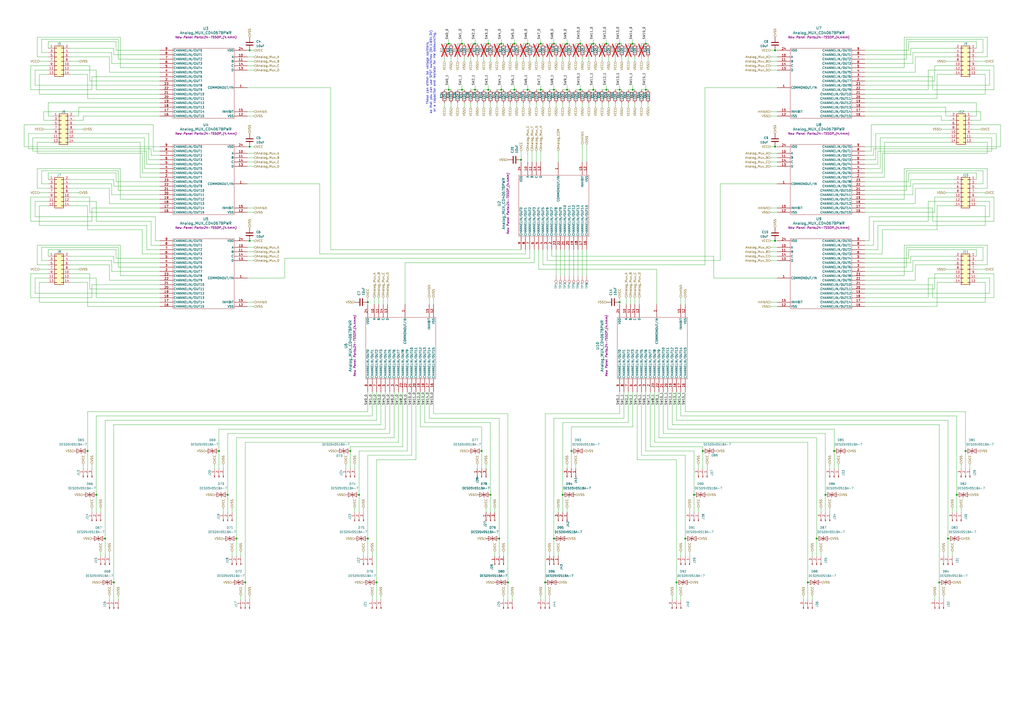
<source format=kicad_sch>
(kicad_sch (version 20250114) (generator "eeschema") (generator_version "9.0")
  (paper "A2")
  (title_block (title "Main Universal Panel Board") (date "2025-08-06") (rev "X4") (company "CMSC") (comment 1 "NF 2025"))
  (text "These can either be voltage splitters, \nso that you can use SPDT switches (0V,1.65V,3V)\nor a capacitor and resistor for HW debouncing." (at 249.936 41.91 90) (effects (font (size 1.27 1.27))))
  (junction (at 560.07 261.62))
  (junction (at 344.17 25.4))
  (junction (at 290.83 52.07))
  (junction (at 402.59 287.02))
  (junction (at 359.41 175.26))
  (junction (at 478.79 287.02))
  (junction (at 306.07 25.4))
  (junction (at 260.35 25.4))
  (junction (at 284.48 287.02))
  (junction (at 144.78 139.7))
  (junction (at 321.31 312.42))
  (junction (at 374.65 25.4))
  (junction (at 554.99 287.02))
  (junction (at 290.83 25.4))
  (junction (at 127 261.62))
  (junction (at 50.8 261.62))
  (junction (at 336.55 52.07))
  (junction (at 267.97 25.4))
  (junction (at 326.39 287.02))
  (junction (at 449.58 29.21))
  (junction (at 544.83 337.82))
  (junction (at 316.23 337.82))
  (junction (at 298.45 25.4))
  (junction (at 351.79 52.07))
  (junction (at 374.65 52.07))
  (junction (at 344.17 52.07))
  (junction (at 336.55 25.4))
  (junction (at 367.03 25.4))
  (junction (at 449.58 139.7))
  (junction (at 289.56 312.42))
  (junction (at 407.67 261.62))
  (junction (at 132.08 287.02))
  (junction (at 60.96 312.42))
  (junction (at 66.04 337.82))
  (junction (at 328.93 52.07))
  (junction (at 144.78 29.21))
  (junction (at 549.91 312.42))
  (junction (at 298.45 52.07))
  (junction (at 213.36 312.42))
  (junction (at 283.21 25.4))
  (junction (at 267.97 52.07))
  (junction (at 359.41 52.07))
  (junction (at 351.79 25.4))
  (junction (at 473.71 312.42))
  (junction (at 367.03 52.07))
  (junction (at 313.69 25.4))
  (junction (at 137.16 312.42))
  (junction (at 260.35 52.07))
  (junction (at 208.28 287.02))
  (junction (at 392.43 337.82))
  (junction (at 449.58 85.09))
  (junction (at 328.93 25.4))
  (junction (at 144.78 85.09))
  (junction (at 275.59 25.4))
  (junction (at 218.44 337.82))
  (junction (at 213.36 175.26))
  (junction (at 283.21 52.07))
  (junction (at 331.47 261.62))
  (junction (at 321.31 52.07))
  (junction (at 483.87 261.62))
  (junction (at 313.69 52.07))
  (junction (at 55.88 287.02))
  (junction (at 203.2 261.62))
  (junction (at 275.59 52.07))
  (junction (at 359.41 25.4))
  (junction (at 294.64 337.82))
  (junction (at 321.31 25.4))
  (junction (at 397.51 312.42))
  (junction (at 142.24 337.82))
  (junction (at 302.26 92.71))
  (junction (at 468.63 337.82))
  (junction (at 306.07 52.07))
  (junction (at 279.4 261.62))
  (wire (pts (xy 576.58 38.1) (xy 566.42 38.1)))
  (wire (pts (xy 571.5 54.61) (xy 571.5 43.18)))
  (wire (pts (xy 124.46 269.24) (xy 124.46 271.78)))
  (wire (pts (xy 233.68 227.33) (xy 233.68 259.08)))
  (wire (pts (xy 82.55 133.35) (xy 82.55 147.32)))
  (wire (pts (xy 334.01 25.4) (xy 336.55 25.4)))
  (wire (pts (xy 48.26 269.24) (xy 48.26 271.78)))
  (wire (pts (xy 447.04 35.56) (xy 450.85 35.56)))
  (wire (pts (xy 87.63 128.27) (xy 55.88 128.27)))
  (wire (pts (xy 45.72 62.23) (xy 45.72 67.31)))
  (wire (pts (xy 55.88 241.3) (xy 215.9 241.3)))
  (wire (pts (xy 69.85 115.57) (xy 69.85 97.79)))
  (wire (pts (xy 191.77 144.78) (xy 191.77 50.8)))
  (wire (pts (xy 505.46 72.39) (xy 551.18 72.39)))
  (wire (pts (xy 20.32 40.64) (xy 27.94 40.64)))
  (wire (pts (xy 147.32 151.13) (xy 143.51 151.13)))
  (wire (pts (xy 394.97 320.04) (xy 394.97 322.58)))
  (wire (pts (xy 92.71 64.77) (xy 25.4 64.77)))
  (wire (pts (xy 538.48 172.72) (xy 538.48 161.29)))
  (wire (pts (xy 570.23 143.51) (xy 570.23 151.13)))
  (wire (pts (xy 261.62 35.56) (xy 261.62 33.02)))
  (wire (pts (xy 279.4 261.62) (xy 279.4 271.78)))
  (wire (pts (xy 501.65 160.02) (xy 524.51 160.02)))
  (wire (pts (xy 50.8 238.76) (xy 50.8 261.62)))
  (wire (pts (xy 205.74 269.24) (xy 205.74 271.78)))
  (wire (pts (xy 203.2 271.78) (xy 203.2 261.62)))
  (wire (pts (xy 68.58 345.44) (xy 68.58 347.98)))
  (wire (pts (xy 68.58 110.49) (xy 68.58 99.06)))
  (wire (pts (xy 287.02 294.64) (xy 287.02 297.18)))
  (wire (pts (xy 43.18 82.55) (xy 81.28 82.55)))
  (wire (pts (xy 447.04 33.02) (xy 450.85 33.02)))
  (wire (pts (xy 327.66 144.78) (xy 327.66 160.02)))
  (wire (pts (xy 501.65 105.41) (xy 527.05 105.41)))
  (wire (pts (xy 68.58 34.29) (xy 68.58 22.86)))
  (wire (pts (xy 560.07 238.76) (xy 560.07 261.62)))
  (wire (pts (xy 92.71 67.31) (xy 48.26 67.31)))
  (wire (pts (xy 549.91 312.42) (xy 549.91 322.58)))
  (wire (pts (xy 17.78 52.07) (xy 17.78 38.1)))
  (wire (pts (xy 538.48 40.64) (xy 553.72 40.64)))
  (wire (pts (xy 66.04 152.4) (xy 66.04 148.59)))
  (wire (pts (xy 275.59 52.07) (xy 276.86 52.07)))
  (wire (pts (xy 248.92 172.72) (xy 248.92 176.53)))
  (wire (pts (xy 483.87 261.62) (xy 483.87 271.78)))
  (wire (pts (xy 318.77 35.56) (xy 318.77 33.02)))
  (wire (pts (xy 501.65 154.94) (xy 525.78 154.94)))
  (wire (pts (xy 572.77 21.59) (xy 572.77 33.02)))
  (wire (pts (xy 92.71 149.86) (xy 67.31 149.86)))
  (wire (pts (xy 147.32 123.19) (xy 143.51 123.19)))
  (wire (pts (xy 528.32 31.75) (xy 528.32 27.94)))
  (wire (pts (xy 90.17 125.73) (xy 20.32 125.73)))
  (wire (pts (xy 548.64 156.21) (xy 553.72 156.21)))
  (wire (pts (xy 24.13 151.13) (xy 27.94 151.13)))
  (wire (pts (xy 27.94 59.69) (xy 27.94 67.31)))
  (wire (pts (xy 340.36 93.98) (xy 340.36 83.82)))
  (wire (pts (xy 542.29 114.3) (xy 542.29 123.19)))
  (wire (pts (xy 20.32 125.73) (xy 20.32 116.84)))
  (wire (pts (xy 509.27 130.81) (xy 509.27 144.78)))
  (wire (pts (xy 82.55 100.33) (xy 82.55 88.9)))
  (wire (pts (xy 281.94 294.64) (xy 281.94 297.18)))
  (wire (pts (xy 501.65 172.72) (xy 538.48 172.72)))
  (wire (pts (xy 64.77 36.83) (xy 64.77 30.48)))
  (wire (pts (xy 554.99 241.3) (xy 394.97 241.3)))
  (wire (pts (xy 66.04 27.94) (xy 40.64 27.94)))
  (wire (pts (xy 147.32 64.77) (xy 143.51 64.77)))
  (wire (pts (xy 542.29 167.64) (xy 501.65 167.64)))
  (wire (pts (xy 213.36 175.26) (xy 213.36 176.53)))
  (wire (pts (xy 127 261.62) (xy 127 271.78)))
  (wire (pts (xy 40.64 109.22) (xy 63.5 109.22)))
  (wire (pts (xy 86.36 77.47) (xy 43.18 77.47)))
  (wire (pts (xy 349.25 35.56) (xy 349.25 33.02)))
  (wire (pts (xy 52.07 114.3) (xy 52.07 123.19)))
  (wire (pts (xy 548.64 111.76) (xy 553.72 111.76)))
  (wire (pts (xy 328.93 49.53) (xy 328.93 52.07)))
  (wire (pts (xy 22.86 43.18) (xy 27.94 43.18)))
  (wire (pts (xy 147.32 35.56) (xy 143.51 35.56)))
  (wire (pts (xy 147.32 146.05) (xy 143.51 146.05)))
  (wire (pts (xy 513.08 102.87) (xy 501.65 102.87)))
  (wire (pts (xy 317.5 144.78) (xy 317.5 151.13)))
  (wire (pts (xy 215.9 227.33) (xy 215.9 241.3)))
  (wire (pts (xy 568.96 69.85) (xy 563.88 69.85)))
  (wire (pts (xy 45.72 35.56) (xy 40.64 35.56)))
  (wire (pts (xy 316.23 240.03) (xy 316.23 337.82)))
  (wire (pts (xy 372.11 35.56) (xy 372.11 33.02)))
  (wire (pts (xy 501.65 100.33) (xy 511.81 100.33)))
  (wire (pts (xy 551.18 82.55) (xy 513.08 82.55)))
  (wire (pts (xy 137.16 312.42) (xy 137.16 322.58)))
  (wire (pts (xy 143.51 161.29) (xy 165.1 161.29)))
  (wire (pts (xy 501.65 177.8) (xy 543.56 177.8)))
  (wire (pts (xy 50.8 133.35) (xy 50.8 119.38)))
  (wire (pts (xy 572.77 109.22) (xy 566.42 109.22)))
  (wire (pts (xy 379.73 256.54) (xy 468.63 256.54)))
  (wire (pts (xy 144.78 85.09) (xy 143.51 85.09)))
  (wire (pts (xy 306.07 25.4) (xy 307.34 25.4)))
  (wire (pts (xy 16.51 86.36) (xy 16.51 77.47)))
  (wire (pts (xy 260.35 22.86) (xy 260.35 25.4)))
  (wire (pts (xy 575.31 87.63) (xy 575.31 80.01)))
  (wire (pts (xy 547.37 320.04) (xy 547.37 322.58)))
  (wire (pts (xy 525.78 110.49) (xy 525.78 99.06)))
  (wire (pts (xy 505.46 87.63) (xy 505.46 72.39)))
  (wire (pts (xy 86.36 92.71) (xy 86.36 77.47)))
  (wire (pts (xy 509.27 87.63) (xy 575.31 87.63)))
  (wire (pts (xy 24.13 106.68) (xy 27.94 106.68)))
  (wire (pts (xy 571.5 163.83) (xy 566.42 163.83)))
  (wire (pts (xy 311.15 52.07) (xy 313.69 52.07)))
  (wire (pts (xy 407.67 261.62) (xy 407.67 259.08)))
  (wire (pts (xy 68.58 154.94) (xy 68.58 143.51)))
  (wire (pts (xy 447.04 38.1) (xy 450.85 38.1)))
  (wire (pts (xy 394.97 227.33) (xy 394.97 241.3)))
  (wire (pts (xy 213.36 264.16) (xy 238.76 264.16)))
  (wire (pts (xy 280.67 35.56) (xy 280.67 33.02)))
  (wire (pts (xy 501.65 175.26) (xy 571.5 175.26)))
  (wire (pts (xy 552.45 294.64) (xy 552.45 297.18)))
  (wire (pts (xy 501.65 115.57) (xy 524.51 115.57)))
  (wire (pts (xy 349.25 62.23) (xy 349.25 59.69)))
  (wire (pts (xy 542.29 123.19) (xy 501.65 123.19)))
  (wire (pts (xy 501.65 165.1) (xy 541.02 165.1)))
  (wire (pts (xy 554.99 287.02) (xy 554.99 297.18)))
  (wire (pts (xy 58.42 320.04) (xy 58.42 322.58)))
  (wire (pts (xy 375.92 59.69) (xy 375.92 62.23)))
  (wire (pts (xy 368.3 35.56) (xy 368.3 33.02)))
  (wire (pts (xy 48.26 69.85) (xy 43.18 69.85)))
  (wire (pts (xy 203.2 259.08) (xy 233.68 259.08)))
  (wire (pts (xy 228.6 227.33) (xy 228.6 254)))
  (wire (pts (xy 447.04 146.05) (xy 450.85 146.05)))
  (wire (pts (xy 92.71 107.95) (xy 66.04 107.95)))
  (wire (pts (xy 267.97 22.86) (xy 267.97 25.4)))
  (wire (pts (xy 228.6 254) (xy 137.16 254)))
  (wire (pts (xy 447.04 64.77) (xy 450.85 64.77)))
  (wire (pts (xy 303.53 62.23) (xy 303.53 59.69)))
  (wire (pts (xy 414.02 148.59) (xy 414.02 161.29)))
  (wire (pts (xy 294.64 240.03) (xy 294.64 337.82)))
  (wire (pts (xy 336.55 52.07) (xy 337.82 52.07)))
  (wire (pts (xy 303.53 35.56) (xy 303.53 33.02)))
  (wire (pts (xy 82.55 88.9) (xy 21.59 88.9)))
  (wire (pts (xy 544.83 337.82) (xy 544.83 347.98)))
  (wire (pts (xy 349.25 52.07) (xy 351.79 52.07)))
  (wire (pts (xy 481.33 269.24) (xy 481.33 271.78)))
  (wire (pts (xy 147.32 29.21) (xy 144.78 29.21)))
  (wire (pts (xy 570.23 106.68) (xy 566.42 106.68)))
  (wire (pts (xy 543.56 57.15) (xy 543.56 43.18)))
  (wire (pts (xy 379.73 227.33) (xy 379.73 256.54)))
  (wire (pts (xy 562.61 269.24) (xy 562.61 271.78)))
  (wire (pts (xy 63.5 320.04) (xy 63.5 322.58)))
  (wire (pts (xy 478.79 251.46) (xy 478.79 287.02)))
  (wire (pts (xy 471.17 345.44) (xy 471.17 347.98)))
  (wire (pts (xy 241.3 266.7) (xy 218.44 266.7)))
  (wire (pts (xy 147.32 38.1) (xy 143.51 38.1)))
  (wire (pts (xy 549.91 243.84) (xy 392.43 243.84)))
  (wire (pts (xy 447.04 29.21) (xy 449.58 29.21)))
  (wire (pts (xy 368.3 172.72) (xy 368.3 176.53)))
  (wire (pts (xy 525.78 34.29) (xy 525.78 22.86)))
  (wire (pts (xy 67.31 105.41) (xy 67.31 100.33)))
  (wire (pts (xy 330.2 62.23) (xy 330.2 59.69)))
  (wire (pts (xy 234.95 152.4) (xy 234.95 176.53)))
  (wire (pts (xy 87.63 128.27) (xy 87.63 142.24)))
  (wire (pts (xy 273.05 52.07) (xy 275.59 52.07)))
  (wire (pts (xy 63.5 345.44) (xy 63.5 347.98)))
  (wire (pts (xy 299.72 62.23) (xy 299.72 59.69)))
  (wire (pts (xy 284.48 287.02) (xy 284.48 297.18)))
  (wire (pts (xy 52.07 38.1) (xy 52.07 46.99)))
  (wire (pts (xy 320.04 148.59) (xy 414.02 148.59)))
  (wire (pts (xy 476.25 320.04) (xy 476.25 322.58)))
  (wire (pts (xy 368.3 62.23) (xy 368.3 59.69)))
  (wire (pts (xy 529.59 113.03) (xy 529.59 106.68)))
  (wire (pts (xy 52.07 167.64) (xy 92.71 167.64)))
  (wire (pts (xy 306.07 52.07) (xy 307.34 52.07)))
  (wire (pts (xy 27.94 67.31) (xy 30.48 67.31)))
  (wire (pts (xy 321.31 322.58) (xy 321.31 312.42)))
  (wire (pts (xy 147.32 93.98) (xy 143.51 93.98)))
  (wire (pts (xy 68.58 22.86) (xy 24.13 22.86)))
  (wire (pts (xy 408.94 50.8) (xy 450.85 50.8)))
  (wire (pts (xy 447.04 139.7) (xy 449.58 139.7)))
  (wire (pts (xy 405.13 294.64) (xy 405.13 297.18)))
  (wire (pts (xy 307.34 149.86) (xy 165.1 149.86)))
  (wire (pts (xy 276.86 35.56) (xy 276.86 33.02)))
  (wire (pts (xy 69.85 21.59) (xy 21.59 21.59)))
  (wire (pts (xy 144.78 29.21) (xy 143.51 29.21)))
  (wire (pts (xy 402.59 261.62) (xy 402.59 287.02)))
  (wire (pts (xy 210.82 320.04) (xy 210.82 322.58)))
  (wire (pts (xy 295.91 52.07) (xy 298.45 52.07)))
  (wire (pts (xy 302.26 87.63) (xy 302.26 92.71)))
  (wire (pts (xy 60.96 312.42) (xy 60.96 322.58)))
  (wire (pts (xy 22.86 163.83) (xy 27.94 163.83)))
  (wire (pts (xy 185.42 147.32) (xy 185.42 106.68)))
  (wire (pts (xy 25.4 64.77) (xy 25.4 69.85)))
  (wire (pts (xy 528.32 152.4) (xy 528.32 148.59)))
  (wire (pts (xy 576.58 158.75) (xy 566.42 158.75)))
  (wire (pts (xy 509.27 95.25) (xy 509.27 87.63)))
  (wire (pts (xy 308.61 87.63) (xy 308.61 93.98)))
  (wire (pts (xy 572.77 97.79) (xy 572.77 109.22)))
  (wire (pts (xy 387.35 227.33) (xy 387.35 248.92)))
  (wire (pts (xy 279.4 247.65) (xy 279.4 261.62)))
  (wire (pts (xy 143.51 50.8) (xy 191.77 50.8)))
  (wire (pts (xy 344.17 52.07) (xy 345.44 52.07)))
  (wire (pts (xy 92.71 92.71) (xy 86.36 92.71)))
  (wire (pts (xy 400.05 320.04) (xy 400.05 322.58)))
  (wire (pts (xy 243.84 227.33) (xy 243.84 247.65)))
  (wire (pts (xy 299.72 35.56) (xy 299.72 33.02)))
  (wire (pts (xy 397.51 264.16) (xy 372.11 264.16)))
  (wire (pts (xy 309.88 144.78) (xy 309.88 152.4)))
  (wire (pts (xy 314.96 62.23) (xy 314.96 59.69)))
  (wire (pts (xy 447.04 96.52) (xy 450.85 96.52)))
  (wire (pts (xy 501.65 85.09) (xy 580.39 85.09)))
  (wire (pts (xy 69.85 160.02) (xy 69.85 142.24)))
  (wire (pts (xy 356.87 62.23) (xy 356.87 59.69)))
  (wire (pts (xy 447.04 67.31) (xy 450.85 67.31)))
  (wire (pts (xy 24.13 30.48) (xy 27.94 30.48)))
  (wire (pts (xy 321.31 242.57) (xy 361.95 242.57)))
  (wire (pts (xy 313.69 25.4) (xy 314.96 25.4)))
  (wire (pts (xy 527.05 24.13) (xy 566.42 24.13)))
  (wire (pts (xy 85.09 95.25) (xy 85.09 87.63)))
  (wire (pts (xy 251.46 172.72) (xy 251.46 176.53)))
  (wire (pts (xy 321.31 52.07) (xy 322.58 52.07)))
  (wire (pts (xy 542.29 158.75) (xy 542.29 167.64)))
  (wire (pts (xy 549.91 243.84) (xy 549.91 312.42)))
  (wire (pts (xy 524.51 21.59) (xy 572.77 21.59)))
  (wire (pts (xy 22.86 130.81) (xy 22.86 119.38)))
  (wire (pts (xy 21.59 153.67) (xy 27.94 153.67)))
  (wire (pts (xy 337.82 62.23) (xy 337.82 59.69)))
  (wire (pts (xy 541.02 165.1) (xy 541.02 172.72)))
  (wire (pts (xy 261.62 62.23) (xy 261.62 59.69)))
  (wire (pts (xy 330.2 144.78) (xy 330.2 160.02)))
  (wire (pts (xy 374.65 22.86) (xy 374.65 25.4)))
  (wire (pts (xy 276.86 271.78) (xy 276.86 269.24)))
  (wire (pts (xy 509.27 130.81) (xy 571.5 130.81)))
  (wire (pts (xy 511.81 133.35) (xy 543.56 133.35)))
  (wire (pts (xy 560.07 238.76) (xy 397.51 238.76)))
  (wire (pts (xy 572.77 33.02) (xy 566.42 33.02)))
  (wire (pts (xy 361.95 227.33) (xy 361.95 242.57)))
  (wire (pts (xy 92.71 62.23) (xy 45.72 62.23)))
  (wire (pts (xy 22.86 54.61) (xy 22.86 43.18)))
  (wire (pts (xy 359.41 240.03) (xy 316.23 240.03)))
  (wire (pts (xy 236.22 227.33) (xy 236.22 261.62)))
  (wire (pts (xy 17.78 172.72) (xy 17.78 158.75)))
  (wire (pts (xy 17.78 128.27) (xy 17.78 114.3)))
  (wire (pts (xy 525.78 22.86) (xy 570.23 22.86)))
  (wire (pts (xy 364.49 52.07) (xy 367.03 52.07)))
  (wire (pts (xy 144.78 345.44) (xy 144.78 347.98)))
  (wire (pts (xy 83.82 80.01) (xy 83.82 97.79)))
  (wire (pts (xy 326.39 52.07) (xy 328.93 52.07)))
  (wire (pts (xy 501.65 157.48) (xy 529.59 157.48)))
  (wire (pts (xy 580.39 72.39) (xy 563.88 72.39)))
  (wire (pts (xy 397.51 312.42) (xy 397.51 264.16)))
  (wire (pts (xy 323.85 320.04) (xy 323.85 322.58)))
  (wire (pts (xy 501.65 59.69) (xy 566.42 59.69)))
  (wire (pts (xy 306.07 49.53) (xy 306.07 52.07)))
  (wire (pts (xy 223.52 227.33) (xy 223.52 248.92)))
  (wire (pts (xy 218.44 266.7) (xy 218.44 337.82)))
  (wire (pts (xy 66.04 31.75) (xy 66.04 27.94)))
  (wire (pts (xy 267.97 25.4) (xy 269.24 25.4)))
  (wire (pts (xy 548.64 35.56) (xy 553.72 35.56)))
  (wire (pts (xy 530.86 162.56) (xy 501.65 162.56)))
  (wire (pts (xy 52.07 46.99) (xy 92.71 46.99)))
  (wire (pts (xy 382.27 254) (xy 473.71 254)))
  (wire (pts (xy 397.51 322.58) (xy 397.51 312.42)))
  (wire (pts (xy 45.72 156.21) (xy 40.64 156.21)))
  (wire (pts (xy 67.31 100.33) (xy 27.94 100.33)))
  (wire (pts (xy 344.17 25.4) (xy 345.44 25.4)))
  (wire (pts (xy 478.79 287.02) (xy 478.79 297.18)))
  (wire (pts (xy 501.65 64.77) (xy 568.96 64.77)))
  (wire (pts (xy 68.58 143.51) (xy 24.13 143.51)))
  (wire (pts (xy 53.34 269.24) (xy 53.34 271.78)))
  (wire (pts (xy 447.04 85.09) (xy 449.58 85.09)))
  (wire (pts (xy 543.56 43.18) (xy 553.72 43.18)))
  (wire (pts (xy 213.36 172.72) (xy 213.36 175.26)))
  (wire (pts (xy 269.24 35.56) (xy 269.24 33.02)))
  (wire (pts (xy 576.58 172.72) (xy 576.58 158.75)))
  (wire (pts (xy 92.71 39.37) (xy 69.85 39.37)))
  (wire (pts (xy 265.43 35.56) (xy 265.43 33.02)))
  (wire (pts (xy 220.98 246.38) (xy 66.04 246.38)))
  (wire (pts (xy 53.34 52.07) (xy 17.78 52.07)))
  (wire (pts (xy 546.1 74.93) (xy 551.18 74.93)))
  (wire (pts (xy 27.94 100.33) (xy 27.94 104.14)))
  (wire (pts (xy 92.71 154.94) (xy 68.58 154.94)))
  (wire (pts (xy 273.05 35.56) (xy 273.05 33.02)))
  (wire (pts (xy 372.11 25.4) (xy 374.65 25.4)))
  (wire (pts (xy 341.63 62.23) (xy 341.63 59.69)))
  (wire (pts (xy 334.01 35.56) (xy 334.01 33.02)))
  (wire (pts (xy 53.34 294.64) (xy 53.34 297.18)))
  (wire (pts (xy 165.1 149.86) (xy 165.1 161.29)))
  (wire (pts (xy 92.71 105.41) (xy 67.31 105.41)))
  (wire (pts (xy 501.65 31.75) (xy 528.32 31.75)))
  (wire (pts (xy 92.71 120.65) (xy 53.34 120.65)))
  (wire (pts (xy 64.77 157.48) (xy 64.77 151.13)))
  (wire (pts (xy 326.39 287.02) (xy 326.39 297.18)))
  (wire (pts (xy 528.32 104.14) (xy 553.72 104.14)))
  (wire (pts (xy 566.42 59.69) (xy 566.42 67.31)))
  (wire (pts (xy 55.88 128.27) (xy 55.88 116.84)))
  (wire (pts (xy 287.02 320.04) (xy 287.02 322.58)))
  (wire (pts (xy 384.81 251.46) (xy 478.79 251.46)))
  (wire (pts (xy 67.31 144.78) (xy 27.94 144.78)))
  (wire (pts (xy 267.97 49.53) (xy 267.97 52.07)))
  (wire (pts (xy 387.35 248.92) (xy 483.87 248.92)))
  (wire (pts (xy 243.84 247.65) (xy 279.4 247.65)))
  (wire (pts (xy 311.15 62.23) (xy 311.15 59.69)))
  (wire (pts (xy 134.62 294.64) (xy 134.62 297.18)))
  (wire (pts (xy 501.65 67.31) (xy 546.1 67.31)))
  (wire (pts (xy 50.8 57.15) (xy 50.8 43.18)))
  (wire (pts (xy 273.05 25.4) (xy 275.59 25.4)))
  (wire (pts (xy 449.58 85.09) (xy 450.85 85.09)))
  (wire (pts (xy 546.1 67.31) (xy 546.1 69.85)))
  (wire (pts (xy 68.58 99.06) (xy 24.13 99.06)))
  (wire (pts (xy 64.77 106.68) (xy 40.64 106.68)))
  (wire (pts (xy 566.42 24.13) (xy 566.42 27.94)))
  (wire (pts (xy 525.78 99.06) (xy 570.23 99.06)))
  (wire (pts (xy 267.97 52.07) (xy 269.24 52.07)))
  (wire (pts (xy 275.59 22.86) (xy 275.59 25.4)))
  (wire (pts (xy 288.29 62.23) (xy 288.29 59.69)))
  (wire (pts (xy 447.04 177.8) (xy 450.85 177.8)))
  (wire (pts (xy 90.17 139.7) (xy 92.71 139.7)))
  (wire (pts (xy 351.79 25.4) (xy 353.06 25.4)))
  (wire (pts (xy 66.04 337.82) (xy 66.04 347.98)))
  (wire (pts (xy 553.72 109.22) (xy 530.86 109.22)))
  (wire (pts (xy 543.56 119.38) (xy 553.72 119.38)))
  (wire (pts (xy 55.88 116.84) (xy 40.64 116.84)))
  (wire (pts (xy 574.04 40.64) (xy 566.42 40.64)))
  (wire (pts (xy 402.59 287.02) (xy 402.59 297.18)))
  (wire (pts (xy 337.82 35.56) (xy 337.82 33.02)))
  (wire (pts (xy 530.86 109.22) (xy 530.86 118.11)))
  (wire (pts (xy 527.05 149.86) (xy 527.05 144.78)))
  (wire (pts (xy 260.35 25.4) (xy 261.62 25.4)))
  (wire (pts (xy 21.59 88.9) (xy 21.59 82.55)))
  (wire (pts (xy 364.49 62.23) (xy 364.49 59.69)))
  (wire (pts (xy 53.34 128.27) (xy 17.78 128.27)))
  (wire (pts (xy 81.28 82.55) (xy 81.28 102.87)))
  (wire (pts (xy 17.78 158.75) (xy 27.94 158.75)))
  (wire (pts (xy 147.32 67.31) (xy 143.51 67.31)))
  (wire (pts (xy 307.34 144.78) (xy 307.34 149.86)))
  (wire (pts (xy 241.3 227.33) (xy 241.3 266.7)))
  (wire (pts (xy 298.45 52.07) (xy 299.72 52.07)))
  (wire (pts (xy 538.48 128.27) (xy 538.48 116.84)))
  (wire (pts (xy 369.57 227.33) (xy 369.57 266.7)))
  (wire (pts (xy 337.82 93.98) (xy 337.82 83.82)))
  (wire (pts (xy 351.79 22.86) (xy 351.79 25.4)))
  (wire (pts (xy 298.45 49.53) (xy 298.45 52.07)))
  (wire (pts (xy 306.07 87.63) (xy 306.07 93.98)))
  (wire (pts (xy 92.71 44.45) (xy 53.34 44.45)))
  (wire (pts (xy 359.41 172.72) (xy 359.41 175.26)))
  (wire (pts (xy 85.09 130.81) (xy 22.86 130.81)))
  (wire (pts (xy 553.72 38.1) (xy 542.29 38.1)))
  (wire (pts (xy 21.59 109.22) (xy 27.94 109.22)))
  (wire (pts (xy 447.04 120.65) (xy 450.85 120.65)))
  (wire (pts (xy 360.68 35.56) (xy 360.68 33.02)))
  (wire (pts (xy 236.22 261.62) (xy 208.28 261.62)))
  (wire (pts (xy 360.68 62.23) (xy 360.68 59.69)))
  (wire (pts (xy 81.28 102.87) (xy 92.71 102.87)))
  (wire (pts (xy 55.88 40.64) (xy 40.64 40.64)))
  (wire (pts (xy 571.5 35.56) (xy 566.42 35.56)))
  (wire (pts (xy 501.65 49.53) (xy 574.04 49.53)))
  (wire (pts (xy 298.45 25.4) (xy 299.72 25.4)))
  (wire (pts (xy 580.39 85.09) (xy 580.39 72.39)))
  (wire (pts (xy 297.18 345.44) (xy 297.18 347.98)))
  (wire (pts (xy 265.43 52.07) (xy 267.97 52.07)))
  (wire (pts (xy 127 248.92) (xy 127 261.62)))
  (wire (pts (xy 374.65 261.62) (xy 402.59 261.62)))
  (wire (pts (xy 307.34 62.23) (xy 307.34 59.69)))
  (wire (pts (xy 203.2 261.62) (xy 203.2 259.08)))
  (wire (pts (xy 19.05 80.01) (xy 30.48 80.01)))
  (wire (pts (xy 22.86 156.21) (xy 27.94 156.21)))
  (wire (pts (xy 260.35 52.07) (xy 261.62 52.07)))
  (wire (pts (xy 45.72 67.31) (xy 43.18 67.31)))
  (wire (pts (xy 447.04 40.64) (xy 450.85 40.64)))
  (wire (pts (xy 363.22 172.72) (xy 363.22 176.53)))
  (wire (pts (xy 321.31 25.4) (xy 322.58 25.4)))
  (wire (pts (xy 251.46 227.33) (xy 251.46 240.03)))
  (wire (pts (xy 85.09 87.63) (xy 19.05 87.63)))
  (wire (pts (xy 326.39 35.56) (xy 326.39 33.02)))
  (wire (pts (xy 372.11 62.23) (xy 372.11 59.69)))
  (wire (pts (xy 326.39 245.11) (xy 326.39 287.02)))
  (wire (pts (xy 359.41 227.33) (xy 359.41 240.03)))
  (wire (pts (xy 53.34 165.1) (xy 53.34 172.72)))
  (wire (pts (xy 21.59 21.59) (xy 21.59 33.02)))
  (wire (pts (xy 92.71 85.09) (xy 13.97 85.09)))
  (wire (pts (xy 450.85 106.68) (xy 417.83 106.68)))
  (wire (pts (xy 60.96 243.84) (xy 60.96 312.42)))
  (wire (pts (xy 306.07 22.86) (xy 306.07 25.4)))
  (wire (pts (xy 359.41 22.86) (xy 359.41 25.4)))
  (wire (pts (xy 69.85 142.24) (xy 21.59 142.24)))
  (wire (pts (xy 20.32 170.18) (xy 20.32 161.29)))
  (wire (pts (xy 142.24 337.82) (xy 142.24 347.98)))
  (wire (pts (xy 548.64 67.31) (xy 551.18 67.31)))
  (wire (pts (xy 92.71 115.57) (xy 69.85 115.57)))
  (wire (pts (xy 63.5 33.02) (xy 63.5 41.91)))
  (wire (pts (xy 501.65 39.37) (xy 524.51 39.37)))
  (wire (pts (xy 142.24 256.54) (xy 142.24 337.82)))
  (wire (pts (xy 577.85 86.36) (xy 577.85 77.47)))
  (wire (pts (xy 359.41 52.07) (xy 360.68 52.07)))
  (wire (pts (xy 466.09 345.44) (xy 466.09 347.98)))
  (wire (pts (xy 311.15 35.56) (xy 311.15 33.02)))
  (wire (pts (xy 313.69 345.44) (xy 313.69 347.98)))
  (wire (pts (xy 528.32 148.59) (xy 553.72 148.59)))
  (wire (pts (xy 331.47 261.62) (xy 331.47 271.78)))
  (wire (pts (xy 341.63 52.07) (xy 344.17 52.07)))
  (wire (pts (xy 50.8 163.83) (xy 40.64 163.83)))
  (wire (pts (xy 501.65 95.25) (xy 509.27 95.25)))
  (wire (pts (xy 571.5 130.81) (xy 571.5 119.38)))
  (wire (pts (xy 92.71 49.53) (xy 20.32 49.53)))
  (wire (pts (xy 414.02 161.29) (xy 450.85 161.29)))
  (wire (pts (xy 486.41 269.24) (xy 486.41 271.78)))
  (wire (pts (xy 529.59 157.48) (xy 529.59 151.13)))
  (wire (pts (xy 367.03 52.07) (xy 368.3 52.07)))
  (wire (pts (xy 143.51 106.68) (xy 185.42 106.68)))
  (wire (pts (xy 275.59 49.53) (xy 275.59 52.07)))
  (wire (pts (xy 292.1 35.56) (xy 292.1 33.02)))
  (wire (pts (xy 87.63 90.17) (xy 87.63 86.36)))
  (wire (pts (xy 577.85 77.47) (xy 563.88 77.47)))
  (wire (pts (xy 530.86 118.11) (xy 501.65 118.11)))
  (wire (pts (xy 501.65 152.4) (xy 528.32 152.4)))
  (wire (pts (xy 139.7 345.44) (xy 139.7 347.98)))
  (wire (pts (xy 314.96 144.78) (xy 314.96 153.67)))
  (wire (pts (xy 331.47 247.65) (xy 331.47 261.62)))
  (wire (pts (xy 351.79 49.53) (xy 351.79 52.07)))
  (wire (pts (xy 506.73 142.24) (xy 501.65 142.24)))
  (wire (pts (xy 330.2 35.56) (xy 330.2 33.02)))
  (wire (pts (xy 552.45 320.04) (xy 552.45 322.58)))
  (wire (pts (xy 40.64 153.67) (xy 63.5 153.67)))
  (wire (pts (xy 570.23 151.13) (xy 566.42 151.13)))
  (wire (pts (xy 311.15 87.63) (xy 311.15 93.98)))
  (wire (pts (xy 575.31 80.01) (xy 563.88 80.01)))
  (wire (pts (xy 501.65 87.63) (xy 505.46 87.63)))
  (wire (pts (xy 447.04 175.26) (xy 450.85 175.26)))
  (wire (pts (xy 341.63 25.4) (xy 344.17 25.4)))
  (wire (pts (xy 447.04 88.9) (xy 450.85 88.9)))
  (wire (pts (xy 510.54 80.01) (xy 510.54 97.79)))
  (wire (pts (xy 290.83 25.4) (xy 292.1 25.4)))
  (wire (pts (xy 20.32 161.29) (xy 27.94 161.29)))
  (wire (pts (xy 92.71 59.69) (xy 27.94 59.69)))
  (wire (pts (xy 321.31 49.53) (xy 321.31 52.07)))
  (wire (pts (xy 257.81 62.23) (xy 257.81 59.69)))
  (wire (pts (xy 318.77 345.44) (xy 318.77 347.98)))
  (wire (pts (xy 295.91 35.56) (xy 295.91 33.02)))
  (wire (pts (xy 58.42 294.64) (xy 58.42 297.18)))
  (wire (pts (xy 19.05 87.63) (xy 19.05 80.01)))
  (wire (pts (xy 87.63 142.24) (xy 92.71 142.24)))
  (wire (pts (xy 542.29 38.1) (xy 542.29 46.99)))
  (wire (pts (xy 27.94 144.78) (xy 27.94 148.59)))
  (wire (pts (xy 447.04 91.44) (xy 450.85 91.44)))
  (wire (pts (xy 548.64 62.23) (xy 548.64 67.31)))
  (wire (pts (xy 501.65 110.49) (xy 525.78 110.49)))
  (wire (pts (xy 572.77 153.67) (xy 566.42 153.67)))
  (wire (pts (xy 50.8 271.78) (xy 50.8 261.62)))
  (wire (pts (xy 574.04 125.73) (xy 574.04 116.84)))
  (wire (pts (xy 571.5 111.76) (xy 566.42 111.76)))
  (wire (pts (xy 353.06 62.23) (xy 353.06 59.69)))
  (wire (pts (xy 345.44 35.56) (xy 345.44 33.02)))
  (wire (pts (xy 529.59 106.68) (xy 553.72 106.68)))
  (wire (pts (xy 290.83 49.53) (xy 290.83 52.07)))
  (wire (pts (xy 405.13 269.24) (xy 405.13 271.78)))
  (wire (pts (xy 344.17 49.53) (xy 344.17 52.07)))
  (wire (pts (xy 410.21 271.78) (xy 410.21 269.24)))
  (wire (pts (xy 92.71 95.25) (xy 85.09 95.25)))
  (wire (pts (xy 501.65 44.45) (xy 541.02 44.45)))
  (wire (pts (xy 67.31 29.21) (xy 67.31 24.13)))
  (wire (pts (xy 328.93 22.86) (xy 328.93 25.4)))
  (wire (pts (xy 316.23 337.82) (xy 316.23 347.98)))
  (wire (pts (xy 374.65 25.4) (xy 375.92 25.4)))
  (wire (pts (xy 20.32 116.84) (xy 27.94 116.84)))
  (wire (pts (xy 219.71 172.72) (xy 219.71 176.53)))
  (wire (pts (xy 542.29 46.99) (xy 501.65 46.99)))
  (wire (pts (xy 276.86 62.23) (xy 276.86 59.69)))
  (wire (pts (xy 374.65 227.33) (xy 374.65 261.62)))
  (wire (pts (xy 571.5 119.38) (xy 566.42 119.38)))
  (wire (pts (xy 288.29 35.56) (xy 288.29 33.02)))
  (wire (pts (xy 50.8 177.8) (xy 50.8 163.83)))
  (wire (pts (xy 139.7 320.04) (xy 139.7 322.58)))
  (wire (pts (xy 283.21 22.86) (xy 283.21 25.4)))
  (wire (pts (xy 501.65 57.15) (xy 543.56 57.15)))
  (wire (pts (xy 280.67 25.4) (xy 283.21 25.4)))
  (wire (pts (xy 50.8 43.18) (xy 40.64 43.18)))
  (wire (pts (xy 547.37 345.44) (xy 547.37 347.98)))
  (wire (pts (xy 483.87 248.92) (xy 483.87 261.62)))
  (wire (pts (xy 40.64 114.3) (xy 52.07 114.3)))
  (wire (pts (xy 321.31 312.42) (xy 321.31 242.57)))
  (wire (pts (xy 364.49 245.11) (xy 326.39 245.11)))
  (wire (pts (xy 571.5 156.21) (xy 566.42 156.21)))
  (wire (pts (xy 303.53 52.07) (xy 306.07 52.07)))
  (wire (pts (xy 52.07 158.75) (xy 52.07 167.64)))
  (wire (pts (xy 313.69 22.86) (xy 313.69 25.4)))
  (wire (pts (xy 92.71 175.26) (xy 22.86 175.26)))
  (wire (pts (xy 374.65 49.53) (xy 374.65 52.07)))
  (wire (pts (xy 570.23 22.86) (xy 570.23 30.48)))
  (wire (pts (xy 24.13 143.51) (xy 24.13 151.13)))
  (wire (pts (xy 205.74 294.64) (xy 205.74 297.18)))
  (wire (pts (xy 309.88 152.4) (xy 234.95 152.4)))
  (wire (pts (xy 147.32 177.8) (xy 143.51 177.8)))
  (wire (pts (xy 69.85 39.37) (xy 69.85 21.59)))
  (wire (pts (xy 260.35 49.53) (xy 260.35 52.07)))
  (wire (pts (xy 21.59 97.79) (xy 21.59 109.22)))
  (wire (pts (xy 210.82 294.64) (xy 210.82 297.18)))
  (wire (pts (xy 501.65 92.71) (xy 508 92.71)))
  (wire (pts (xy 568.96 64.77) (xy 568.96 69.85)))
  (wire (pts (xy 323.85 87.63) (xy 323.85 93.98)))
  (wire (pts (xy 22.86 175.26) (xy 22.86 163.83)))
  (wire (pts (xy 66.04 148.59) (xy 40.64 148.59)))
  (wire (pts (xy 92.71 31.75) (xy 66.04 31.75)))
  (wire (pts (xy 372.11 52.07) (xy 374.65 52.07)))
  (wire (pts (xy 147.32 120.65) (xy 143.51 120.65)))
  (wire (pts (xy 397.51 172.72) (xy 397.51 176.53)))
  (wire (pts (xy 529.59 36.83) (xy 529.59 30.48)))
  (wire (pts (xy 224.79 172.72) (xy 224.79 176.53)))
  (wire (pts (xy 322.58 144.78) (xy 322.58 160.02)))
  (wire (pts (xy 511.81 100.33) (xy 511.81 88.9)))
  (wire (pts (xy 292.1 62.23) (xy 292.1 59.69)))
  (wire (pts (xy 473.71 254) (xy 473.71 312.42)))
  (wire (pts (xy 372.11 227.33) (xy 372.11 264.16)))
  (wire (pts (xy 294.64 337.82) (xy 294.64 347.98)))
  (wire (pts (xy 213.36 312.42) (xy 213.36 264.16)))
  (wire (pts (xy 40.64 38.1) (xy 52.07 38.1)))
  (wire (pts (xy 63.5 162.56) (xy 92.71 162.56)))
  (wire (pts (xy 85.09 130.81) (xy 85.09 144.78)))
  (wire (pts (xy 90.17 125.73) (xy 90.17 139.7)))
  (wire (pts (xy 570.23 99.06) (xy 570.23 106.68)))
  (wire (pts (xy 43.18 80.01) (xy 83.82 80.01)))
  (wire (pts (xy 55.88 172.72) (xy 55.88 161.29)))
  (wire (pts (xy 527.05 105.41) (xy 527.05 100.33)))
  (wire (pts (xy 129.54 269.24) (xy 129.54 271.78)))
  (wire (pts (xy 481.33 294.64) (xy 481.33 297.18)))
  (wire (pts (xy 147.32 33.02) (xy 143.51 33.02)))
  (wire (pts (xy 392.43 337.82) (xy 392.43 347.98)))
  (wire (pts (xy 504.19 125.73) (xy 574.04 125.73)))
  (wire (pts (xy 88.9 72.39) (xy 43.18 72.39)))
  (wire (pts (xy 501.65 54.61) (xy 571.5 54.61)))
  (wire (pts (xy 82.55 147.32) (xy 92.71 147.32)))
  (wire (pts (xy 328.93 25.4) (xy 330.2 25.4)))
  (wire (pts (xy 48.26 67.31) (xy 48.26 69.85)))
  (wire (pts (xy 147.32 88.9) (xy 143.51 88.9)))
  (wire (pts (xy 92.71 34.29) (xy 68.58 34.29)))
  (wire (pts (xy 132.08 287.02) (xy 132.08 297.18)))
  (wire (pts (xy 50.8 119.38) (xy 40.64 119.38)))
  (wire (pts (xy 147.32 148.59) (xy 143.51 148.59)))
  (wire (pts (xy 257.81 35.56) (xy 257.81 33.02)))
  (wire (pts (xy 83.82 97.79) (xy 92.71 97.79)))
  (wire (pts (xy 375.92 35.56) (xy 375.92 33.02)))
  (wire (pts (xy 365.76 172.72) (xy 365.76 176.53)))
  (wire (pts (xy 53.34 172.72) (xy 17.78 172.72)))
  (wire (pts (xy 321.31 22.86) (xy 321.31 25.4)))
  (wire (pts (xy 566.42 144.78) (xy 566.42 148.59)))
  (wire (pts (xy 367.03 227.33) (xy 367.03 247.65)))
  (wire (pts (xy 511.81 147.32) (xy 501.65 147.32)))
  (wire (pts (xy 283.21 52.07) (xy 284.48 52.07)))
  (wire (pts (xy 524.51 142.24) (xy 572.77 142.24)))
  (wire (pts (xy 566.42 67.31) (xy 563.88 67.31)))
  (wire (pts (xy 530.86 41.91) (xy 501.65 41.91)))
  (wire (pts (xy 64.77 113.03) (xy 64.77 106.68)))
  (wire (pts (xy 576.58 128.27) (xy 576.58 114.3)))
  (wire (pts (xy 336.55 22.86) (xy 336.55 25.4)))
  (wire (pts (xy 571.5 175.26) (xy 571.5 163.83)))
  (wire (pts (xy 501.65 107.95) (xy 528.32 107.95)))
  (wire (pts (xy 501.65 29.21) (xy 527.05 29.21)))
  (wire (pts (xy 53.34 120.65) (xy 53.34 128.27)))
  (wire (pts (xy 213.36 238.76) (xy 213.36 227.33)))
  (wire (pts (xy 55.88 241.3) (xy 55.88 287.02)))
  (wire (pts (xy 381 156.21) (xy 381 176.53)))
  (wire (pts (xy 370.84 172.72) (xy 370.84 176.53)))
  (wire (pts (xy 501.65 149.86) (xy 527.05 149.86)))
  (wire (pts (xy 48.26 74.93) (xy 43.18 74.93)))
  (wire (pts (xy 129.54 294.64) (xy 129.54 297.18)))
  (wire (pts (xy 17.78 114.3) (xy 27.94 114.3)))
  (wire (pts (xy 85.09 144.78) (xy 92.71 144.78)))
  (wire (pts (xy 25.4 74.93) (xy 30.48 74.93)))
  (wire (pts (xy 337.82 144.78) (xy 337.82 160.02)))
  (wire (pts (xy 317.5 151.13) (xy 417.83 151.13)))
  (wire (pts (xy 543.56 177.8) (xy 543.56 163.83)))
  (wire (pts (xy 336.55 49.53) (xy 336.55 52.07)))
  (wire (pts (xy 246.38 245.11) (xy 284.48 245.11)))
  (wire (pts (xy 67.31 149.86) (xy 67.31 144.78)))
  (wire (pts (xy 397.51 227.33) (xy 397.51 238.76)))
  (wire (pts (xy 290.83 22.86) (xy 290.83 25.4)))
  (wire (pts (xy 248.92 227.33) (xy 248.92 242.57)))
  (wire (pts (xy 63.5 153.67) (xy 63.5 162.56)))
  (wire (pts (xy 524.51 115.57) (xy 524.51 97.79)))
  (wire (pts (xy 447.04 143.51) (xy 450.85 143.51)))
  (wire (pts (xy 307.34 35.56) (xy 307.34 33.02)))
  (wire (pts (xy 394.97 172.72) (xy 394.97 176.53)))
  (wire (pts (xy 289.56 242.57) (xy 248.92 242.57)))
  (wire (pts (xy 290.83 52.07) (xy 292.1 52.07)))
  (wire (pts (xy 66.04 107.95) (xy 66.04 104.14)))
  (wire (pts (xy 222.25 172.72) (xy 222.25 176.53)))
  (wire (pts (xy 538.48 52.07) (xy 538.48 40.64)))
  (wire (pts (xy 359.41 49.53) (xy 359.41 52.07)))
  (wire (pts (xy 88.9 87.63) (xy 88.9 72.39)))
  (wire (pts (xy 220.98 345.44) (xy 220.98 347.98)))
  (wire (pts (xy 25.4 69.85) (xy 30.48 69.85)))
  (wire (pts (xy 394.97 345.44) (xy 394.97 347.98)))
  (wire (pts (xy 541.02 44.45) (xy 541.02 52.07)))
  (wire (pts (xy 147.32 139.7) (xy 144.78 139.7)))
  (wire (pts (xy 349.25 25.4) (xy 351.79 25.4)))
  (wire (pts (xy 374.65 52.07) (xy 375.92 52.07)))
  (wire (pts (xy 351.79 52.07) (xy 353.06 52.07)))
  (wire (pts (xy 22.86 119.38) (xy 27.94 119.38)))
  (wire (pts (xy 529.59 30.48) (xy 553.72 30.48)))
  (wire (pts (xy 265.43 25.4) (xy 267.97 25.4)))
  (wire (pts (xy 501.65 90.17) (xy 506.73 90.17)))
  (wire (pts (xy 369.57 266.7) (xy 392.43 266.7)))
  (wire (pts (xy 21.59 82.55) (xy 30.48 82.55)))
  (wire (pts (xy 356.87 25.4) (xy 359.41 25.4)))
  (wire (pts (xy 40.64 158.75) (xy 52.07 158.75)))
  (wire (pts (xy 367.03 25.4) (xy 368.3 25.4)))
  (wire (pts (xy 191.77 144.78) (xy 302.26 144.78)))
  (wire (pts (xy 447.04 148.59) (xy 450.85 148.59)))
  (wire (pts (xy 449.58 139.7) (xy 450.85 139.7)))
  (wire (pts (xy 92.71 87.63) (xy 88.9 87.63)))
  (wire (pts (xy 400.05 294.64) (xy 400.05 297.18)))
  (wire (pts (xy 377.19 227.33) (xy 377.19 259.08)))
  (wire (pts (xy 295.91 62.23) (xy 295.91 59.69)))
  (wire (pts (xy 513.08 82.55) (xy 513.08 102.87)))
  (wire (pts (xy 312.42 144.78) (xy 312.42 156.21)))
  (wire (pts (xy 314.96 35.56) (xy 314.96 33.02)))
  (wire (pts (xy 92.71 172.72) (xy 55.88 172.72)))
  (wire (pts (xy 92.71 110.49) (xy 68.58 110.49)))
  (wire (pts (xy 17.78 38.1) (xy 27.94 38.1)))
  (wire (pts (xy 52.07 123.19) (xy 92.71 123.19)))
  (wire (pts (xy 574.04 170.18) (xy 574.04 161.29)))
  (wire (pts (xy 335.28 144.78) (xy 335.28 160.02)))
  (wire (pts (xy 257.81 25.4) (xy 260.35 25.4)))
  (wire (pts (xy 63.5 41.91) (xy 92.71 41.91)))
  (wire (pts (xy 45.72 111.76) (xy 40.64 111.76)))
  (wire (pts (xy 471.17 320.04) (xy 471.17 322.58)))
  (wire (pts (xy 449.58 29.21) (xy 450.85 29.21)))
  (wire (pts (xy 82.55 133.35) (xy 50.8 133.35)))
  (wire (pts (xy 364.49 25.4) (xy 367.03 25.4)))
  (wire (pts (xy 566.42 100.33) (xy 566.42 104.14)))
  (wire (pts (xy 246.38 227.33) (xy 246.38 245.11)))
  (wire (pts (xy 447.04 93.98) (xy 450.85 93.98)))
  (wire (pts (xy 530.86 153.67) (xy 530.86 162.56)))
  (wire (pts (xy 280.67 52.07) (xy 283.21 52.07)))
  (wire (pts (xy 284.48 245.11) (xy 284.48 287.02)))
  (wire (pts (xy 506.73 86.36) (xy 577.85 86.36)))
  (wire (pts (xy 21.59 142.24) (xy 21.59 153.67)))
  (wire (pts (xy 557.53 269.24) (xy 557.53 271.78)))
  (wire (pts (xy 208.28 261.62) (xy 208.28 287.02)))
  (wire (pts (xy 16.51 77.47) (xy 30.48 77.47)))
  (wire (pts (xy 509.27 144.78) (xy 501.65 144.78)))
  (wire (pts (xy 302.26 92.71) (xy 302.26 93.98)))
  (wire (pts (xy 341.63 35.56) (xy 341.63 33.02)))
  (wire (pts (xy 389.89 246.38) (xy 544.83 246.38)))
  (wire (pts (xy 322.58 35.56) (xy 322.58 33.02)))
  (wire (pts (xy 538.48 161.29) (xy 553.72 161.29)))
  (wire (pts (xy 53.34 44.45) (xy 53.34 52.07)))
  (wire (pts (xy 200.66 271.78) (xy 200.66 269.24)))
  (wire (pts (xy 525.78 143.51) (xy 570.23 143.51)))
  (wire (pts (xy 504.19 125.73) (xy 504.19 139.7)))
  (wire (pts (xy 325.12 144.78) (xy 325.12 160.02)))
  (wire (pts (xy 92.71 100.33) (xy 82.55 100.33)))
  (wire (pts (xy 283.21 49.53) (xy 283.21 52.07)))
  (wire (pts (xy 257.81 52.07) (xy 260.35 52.07)))
  (wire (pts (xy 326.39 62.23) (xy 326.39 59.69)))
  (wire (pts (xy 527.05 100.33) (xy 566.42 100.33)))
  (wire (pts (xy 66.04 246.38) (xy 66.04 337.82)))
  (wire (pts (xy 356.87 35.56) (xy 356.87 33.02)))
  (wire (pts (xy 288.29 52.07) (xy 290.83 52.07)))
  (wire (pts (xy 511.81 88.9) (xy 572.77 88.9)))
  (wire (pts (xy 292.1 320.04) (xy 292.1 322.58)))
  (wire (pts (xy 501.65 52.07) (xy 538.48 52.07)))
  (wire (pts (xy 367.03 22.86) (xy 367.03 25.4)))
  (wire (pts (xy 504.19 139.7) (xy 501.65 139.7)))
  (wire (pts (xy 226.06 251.46) (xy 132.08 251.46)))
  (wire (pts (xy 501.65 34.29) (xy 525.78 34.29)))
  (wire (pts (xy 322.58 62.23) (xy 322.58 59.69)))
  (wire (pts (xy 313.69 52.07) (xy 314.96 52.07)))
  (wire (pts (xy 92.71 29.21) (xy 67.31 29.21)))
  (wire (pts (xy 546.1 69.85) (xy 551.18 69.85)))
  (wire (pts (xy 447.04 123.19) (xy 450.85 123.19)))
  (wire (pts (xy 407.67 271.78) (xy 407.67 261.62)))
  (wire (pts (xy 527.05 144.78) (xy 566.42 144.78)))
  (wire (pts (xy 313.69 49.53) (xy 313.69 52.07)))
  (wire (pts (xy 215.9 320.04) (xy 215.9 322.58)))
  (wire (pts (xy 147.32 40.64) (xy 143.51 40.64)))
  (wire (pts (xy 570.23 30.48) (xy 566.42 30.48)))
  (wire (pts (xy 334.01 52.07) (xy 336.55 52.07)))
  (wire (pts (xy 92.71 52.07) (xy 55.88 52.07)))
  (wire (pts (xy 501.65 120.65) (xy 541.02 120.65)))
  (wire (pts (xy 529.59 151.13) (xy 553.72 151.13)))
  (wire (pts (xy 208.28 287.02) (xy 208.28 297.18)))
  (wire (pts (xy 541.02 172.72) (xy 576.58 172.72)))
  (wire (pts (xy 364.49 227.33) (xy 364.49 245.11)))
  (wire (pts (xy 571.5 43.18) (xy 566.42 43.18)))
  (wire (pts (xy 527.05 29.21) (xy 527.05 24.13)))
  (wire (pts (xy 328.93 269.24) (xy 328.93 271.78)))
  (wire (pts (xy 510.54 97.79) (xy 501.65 97.79)))
  (wire (pts (xy 334.01 62.23) (xy 334.01 59.69)))
  (wire (pts (xy 382.27 227.33) (xy 382.27 254)))
  (wire (pts (xy 326.39 25.4) (xy 328.93 25.4)))
  (wire (pts (xy 60.96 243.84) (xy 218.44 243.84)))
  (wire (pts (xy 218.44 227.33) (xy 218.44 243.84)))
  (wire (pts (xy 543.56 163.83) (xy 553.72 163.83)))
  (wire (pts (xy 284.48 35.56) (xy 284.48 33.02)))
  (wire (pts (xy 13.97 85.09) (xy 13.97 72.39)))
  (wire (pts (xy 525.78 154.94) (xy 525.78 143.51)))
  (wire (pts (xy 407.67 259.08) (xy 377.19 259.08)))
  (wire (pts (xy 27.94 24.13) (xy 27.94 27.94)))
  (wire (pts (xy 67.31 24.13) (xy 27.94 24.13)))
  (wire (pts (xy 280.67 62.23) (xy 280.67 59.69)))
  (wire (pts (xy 269.24 62.23) (xy 269.24 59.69)))
  (wire (pts (xy 501.65 62.23) (xy 548.64 62.23)))
  (wire (pts (xy 292.1 345.44) (xy 292.1 347.98)))
  (wire (pts (xy 524.51 160.02) (xy 524.51 142.24)))
  (wire (pts (xy 572.77 88.9) (xy 572.77 82.55)))
  (wire (pts (xy 92.71 54.61) (xy 22.86 54.61)))
  (wire (pts (xy 275.59 25.4) (xy 276.86 25.4)))
  (wire (pts (xy 574.04 161.29) (xy 566.42 161.29)))
  (wire (pts (xy 144.78 139.7) (xy 143.51 139.7)))
  (wire (pts (xy 147.32 85.09) (xy 144.78 85.09)))
  (wire (pts (xy 508 92.71) (xy 508 77.47)))
  (wire (pts (xy 359.41 175.26) (xy 359.41 176.53)))
  (wire (pts (xy 318.77 320.04) (xy 318.77 322.58)))
  (wire (pts (xy 231.14 256.54) (xy 142.24 256.54)))
  (wire (pts (xy 392.43 266.7) (xy 392.43 337.82)))
  (wire (pts (xy 63.5 118.11) (xy 92.71 118.11)))
  (wire (pts (xy 284.48 62.23) (xy 284.48 59.69)))
  (wire (pts (xy 50.8 238.76) (xy 213.36 238.76)))
  (wire (pts (xy 560.07 271.78) (xy 560.07 261.62)))
  (wire (pts (xy 217.17 172.72) (xy 217.17 176.53)))
  (wire (pts (xy 92.71 113.03) (xy 64.77 113.03)))
  (wire (pts (xy 501.65 170.18) (xy 574.04 170.18)))
  (wire (pts (xy 542.29 345.44) (xy 542.29 347.98)))
  (wire (pts (xy 92.71 160.02) (xy 69.85 160.02)))
  (wire (pts (xy 389.89 345.44) (xy 389.89 347.98)))
  (wire (pts (xy 218.44 337.82) (xy 218.44 347.98)))
  (wire (pts (xy 281.94 269.24) (xy 281.94 271.78)))
  (wire (pts (xy 265.43 62.23) (xy 265.43 59.69)))
  (wire (pts (xy 384.81 227.33) (xy 384.81 251.46)))
  (wire (pts (xy 147.32 96.52) (xy 143.51 96.52)))
  (wire (pts (xy 553.72 33.02) (xy 530.86 33.02)))
  (wire (pts (xy 92.71 90.17) (xy 87.63 90.17)))
  (wire (pts (xy 24.13 99.06) (xy 24.13 106.68)))
  (wire (pts (xy 20.32 49.53) (xy 20.32 40.64)))
  (wire (pts (xy 408.94 153.67) (xy 408.94 50.8)))
  (wire (pts (xy 541.02 120.65) (xy 541.02 128.27)))
  (wire (pts (xy 40.64 33.02) (xy 63.5 33.02)))
  (wire (pts (xy 524.51 97.79) (xy 572.77 97.79)))
  (wire (pts (xy 303.53 25.4) (xy 306.07 25.4)))
  (wire (pts (xy 554.99 241.3) (xy 554.99 287.02)))
  (wire (pts (xy 147.32 143.51) (xy 143.51 143.51)))
  (wire (pts (xy 223.52 248.92) (xy 127 248.92)))
  (wire (pts (xy 55.88 287.02) (xy 55.88 297.18)))
  (wire (pts (xy 332.74 144.78) (xy 332.74 160.02)))
  (wire (pts (xy 215.9 345.44) (xy 215.9 347.98)))
  (wire (pts (xy 55.88 52.07) (xy 55.88 40.64)))
  (wire (pts (xy 314.96 153.67) (xy 408.94 153.67)))
  (wire (pts (xy 226.06 227.33) (xy 226.06 251.46)))
  (wire (pts (xy 21.59 33.02) (xy 27.94 33.02)))
  (wire (pts (xy 238.76 227.33) (xy 238.76 264.16)))
  (wire (pts (xy 323.85 294.64) (xy 323.85 297.18)))
  (wire (pts (xy 22.86 111.76) (xy 27.94 111.76)))
  (wire (pts (xy 147.32 175.26) (xy 143.51 175.26)))
  (wire (pts (xy 501.65 36.83) (xy 529.59 36.83)))
  (wire (pts (xy 92.71 177.8) (xy 50.8 177.8)))
  (wire (pts (xy 524.51 39.37) (xy 524.51 21.59)))
  (wire (pts (xy 473.71 312.42) (xy 473.71 322.58)))
  (wire (pts (xy 544.83 246.38) (xy 544.83 337.82)))
  (wire (pts (xy 476.25 294.64) (xy 476.25 297.18)))
  (wire (pts (xy 340.36 144.78) (xy 340.36 160.02)))
  (wire (pts (xy 64.77 151.13) (xy 40.64 151.13)))
  (wire (pts (xy 553.72 114.3) (xy 542.29 114.3)))
  (wire (pts (xy 213.36 322.58) (xy 213.36 312.42)))
  (wire (pts (xy 320.04 144.78) (xy 320.04 148.59)))
  (wire (pts (xy 231.14 227.33) (xy 231.14 256.54)))
  (wire (pts (xy 92.71 152.4) (xy 66.04 152.4)))
  (wire (pts (xy 345.44 62.23) (xy 345.44 59.69)))
  (wire (pts (xy 92.71 170.18) (xy 20.32 170.18)))
  (wire (pts (xy 356.87 52.07) (xy 359.41 52.07)))
  (wire (pts (xy 506.73 128.27) (xy 506.73 142.24)))
  (wire (pts (xy 289.56 322.58) (xy 289.56 312.42)))
  (wire (pts (xy 328.93 294.64) (xy 328.93 297.18)))
  (wire (pts (xy 447.04 151.13) (xy 450.85 151.13)))
  (wire (pts (xy 318.77 62.23) (xy 318.77 59.69)))
  (wire (pts (xy 574.04 116.84) (xy 566.42 116.84)))
  (wire (pts (xy 318.77 52.07) (xy 321.31 52.07)))
  (wire (pts (xy 24.13 22.86) (xy 24.13 30.48)))
  (wire (pts (xy 553.72 153.67) (xy 530.86 153.67)))
  (wire (pts (xy 298.45 22.86) (xy 298.45 25.4)))
  (wire (pts (xy 468.63 256.54) (xy 468.63 337.82)))
  (wire (pts (xy 69.85 97.79) (xy 21.59 97.79)))
  (wire (pts (xy 389.89 227.33) (xy 389.89 246.38)))
  (wire (pts (xy 295.91 25.4) (xy 298.45 25.4)))
  (wire (pts (xy 185.42 147.32) (xy 304.8 147.32)))
  (wire (pts (xy 541.02 52.07) (xy 576.58 52.07)))
  (wire (pts (xy 392.43 227.33) (xy 392.43 243.84)))
  (wire (pts (xy 344.17 22.86) (xy 344.17 25.4)))
  (wire (pts (xy 220.98 227.33) (xy 220.98 246.38)))
  (wire (pts (xy 364.49 35.56) (xy 364.49 33.02)))
  (wire (pts (xy 63.5 109.22) (xy 63.5 118.11)))
  (wire (pts (xy 334.01 271.78) (xy 334.01 269.24)))
  (wire (pts (xy 367.03 49.53) (xy 367.03 52.07)))
  (wire (pts (xy 359.41 25.4) (xy 360.68 25.4)))
  (wire (pts (xy 64.77 30.48) (xy 40.64 30.48)))
  (wire (pts (xy 147.32 91.44) (xy 143.51 91.44)))
  (wire (pts (xy 417.83 151.13) (xy 417.83 106.68)))
  (wire (pts (xy 506.73 128.27) (xy 538.48 128.27)))
  (wire (pts (xy 367.03 247.65) (xy 331.47 247.65)))
  (wire (pts (xy 137.16 254) (xy 137.16 312.42)))
  (wire (pts (xy 572.77 142.24) (xy 572.77 153.67)))
  (wire (pts (xy 311.15 25.4) (xy 313.69 25.4)))
  (wire (pts (xy 574.04 49.53) (xy 574.04 40.64)))
  (wire (pts (xy 553.72 158.75) (xy 542.29 158.75)))
  (wire (pts (xy 92.71 165.1) (xy 53.34 165.1)))
  (wire (pts (xy 508 77.47) (xy 551.18 77.47)))
  (wire (pts (xy 313.69 87.63) (xy 313.69 93.98)))
  (wire (pts (xy 572.77 82.55) (xy 563.88 82.55)))
  (wire (pts (xy 92.71 57.15) (xy 50.8 57.15)))
  (wire (pts (xy 66.04 104.14) (xy 40.64 104.14)))
  (wire (pts (xy 530.86 33.02) (xy 530.86 41.91)))
  (wire (pts (xy 528.32 107.95) (xy 528.32 104.14)))
  (wire (pts (xy 318.77 25.4) (xy 321.31 25.4)))
  (wire (pts (xy 557.53 294.64) (xy 557.53 297.18)))
  (wire (pts (xy 92.71 157.48) (xy 64.77 157.48)))
  (wire (pts (xy 468.63 337.82) (xy 468.63 347.98)))
  (wire (pts (xy 273.05 62.23) (xy 273.05 59.69)))
  (wire (pts (xy 328.93 52.07) (xy 330.2 52.07)))
  (wire (pts (xy 283.21 25.4) (xy 284.48 25.4)))
  (wire (pts (xy 336.55 25.4) (xy 337.82 25.4)))
  (wire (pts (xy 538.48 116.84) (xy 553.72 116.84)))
  (wire (pts (xy 511.81 133.35) (xy 511.81 147.32)))
  (wire (pts (xy 541.02 128.27) (xy 576.58 128.27)))
  (wire (pts (xy 501.65 113.03) (xy 529.59 113.03)))
  (wire (pts (xy 568.96 74.93) (xy 563.88 74.93)))
  (wire (pts (xy 92.71 36.83) (xy 64.77 36.83)))
  (wire (pts (xy 288.29 25.4) (xy 290.83 25.4)))
  (wire (pts (xy 55.88 161.29) (xy 40.64 161.29)))
  (wire (pts (xy 528.32 27.94) (xy 553.72 27.94)))
  (wire (pts (xy 353.06 35.56) (xy 353.06 33.02)))
  (wire (pts (xy 87.63 86.36) (xy 16.51 86.36)))
  (wire (pts (xy 13.97 72.39) (xy 30.48 72.39)))
  (wire (pts (xy 132.08 251.46) (xy 132.08 287.02)))
  (wire (pts (xy 312.42 156.21) (xy 381 156.21)))
  (wire (pts (xy 134.62 320.04) (xy 134.62 322.58)))
  (wire (pts (xy 543.56 133.35) (xy 543.56 119.38)))
  (wire (pts (xy 22.86 35.56) (xy 27.94 35.56)))
  (wire (pts (xy 304.8 144.78) (xy 304.8 147.32)))
  (wire (pts (xy 551.18 80.01) (xy 510.54 80.01)))
  (wire (pts (xy 506.73 90.17) (xy 506.73 86.36)))
  (wire (pts (xy 576.58 52.07) (xy 576.58 38.1)))
  (wire (pts (xy 251.46 240.03) (xy 294.64 240.03)))
  (wire (pts (xy 576.58 114.3) (xy 566.42 114.3)))
  (wire (pts (xy 289.56 312.42) (xy 289.56 242.57)))
  (label "SW13_1" (at 359.41 49.53 90))
  (label "SW1_0" (at 215.9 234.95 90))
  (label "SW13_0" (at 359.41 22.86 90))
  (label "SW15_0" (at 251.46 234.95 90))
  (label "SW5_0" (at 226.06 234.95 90))
  (label "SW15_1" (at 397.51 234.95 90))
  (label "SW2_1" (at 364.49 234.95 90))
  (label "SW12_1" (at 351.79 49.53 90))
  (label "SW5_1" (at 372.11 234.95 90))
  (label "SW0_0" (at 260.35 22.86 90))
  (label "SW11_1" (at 387.35 234.95 90))
  (label "SW12_1" (at 389.89 234.95 90))
  (label "SW13_1" (at 392.43 234.95 90))
  (label "SW4_0" (at 223.52 234.95 90))
  (label "SW4_1" (at 290.83 49.53 90))
  (label "SW1_1" (at 361.95 234.95 90))
  (label "SW0_1" (at 359.41 234.95 90))
  (label "SW8_1" (at 321.31 49.53 90))
  (label "SW7_0" (at 313.69 22.86 90))
  (label "SW9_1" (at 328.93 49.53 90))
  (label "SW1_1" (at 267.97 49.53 90))
  (label "SW4_1" (at 369.57 234.95 90))
  (label "SW11_0" (at 344.17 22.86 90))
  (label "SW15_0" (at 374.65 22.86 90))
  (label "SW9_0" (at 236.22 234.95 90))
  (label "SW14_1" (at 394.97 234.95 90))
  (label "SW10_1" (at 384.81 234.95 90))
  (label "SW10_1" (at 336.55 49.53 90))
  (label "SW2_1" (at 275.59 49.53 90))
  (label "SW11_1" (at 344.17 49.53 90))
  (label "SW15_1" (at 374.65 49.53 90))
  (label "SW12_0" (at 243.84 234.95 90))
  (label "SW14_0" (at 248.92 234.95 90))
  (label "SW8_0" (at 321.31 22.86 90))
  (label "SW8_0" (at 233.68 234.95 90))
  (label "SW3_0" (at 220.98 234.95 90))
  (label "SW9_0" (at 328.93 22.86 90))
  (label "SW2_0" (at 218.44 234.95 90))
  (label "SW7_1" (at 377.19 234.95 90))
  (label "SW5_0" (at 298.45 22.86 90))
  (label "SW8_1" (at 379.73 234.95 90))
  (label "SW11_0" (at 241.3 234.95 90))
  (label "SW10_0" (at 238.76 234.95 90))
  (label "SW13_0" (at 246.38 234.95 90))
  (label "SW0_1" (at 260.35 49.53 90))
  (label "SW1_0" (at 267.97 22.86 90))
  (label "SW6_0" (at 306.07 22.86 90))
  (label "SW6_0" (at 228.6 234.95 90))
  (label "SW3_0" (at 283.21 22.86 90))
  (label "SW12_0" (at 351.79 22.86 90))
  (label "SW7_0" (at 231.14 234.95 90))
  (label "SW3_1" (at 283.21 49.53 90))
  (label "SW3_1" (at 367.03 234.95 90))
  (label "SW2_0" (at 275.59 22.86 90))
  (label "SW14_0" (at 367.03 22.86 90))
  (label "SW10_0" (at 336.55 22.86 90))
  (label "SW0_0" (at 213.36 234.95 90))
  (label "SW5_1" (at 298.45 49.53 90))
  (label "SW7_1" (at 313.69 49.53 90))
  (label "SW14_1" (at 367.03 49.53 90))
  (label "SW4_0" (at 290.83 22.86 90))
  (label "SW9_1" (at 382.27 234.95 90))
  (label "SW6_1" (at 306.07 49.53 90))
  (label "SW6_1" (at 374.65 234.95 90))
  (hierarchical_label "VSS" (shape input) (at 284.48 35.56 270))
  (hierarchical_label "VSS" (shape input) (at 339.09 261.62 0))
  (hierarchical_label "Analog_Mux_F" (shape input) (at 308.61 87.63 90))
  (hierarchical_label "VCC" (shape input) (at 552.45 320.04 90))
  (hierarchical_label "VCC" (shape input) (at 359.41 172.72 90))
  (hierarchical_label "Analog_Mux_H" (shape input) (at 313.69 87.63 90))
  (hierarchical_label "Analog_Mux_B" (shape input) (at 147.32 35.56 0))
  (hierarchical_label "Analog_Mux_E" (shape input) (at 306.07 87.63 90))
  (hierarchical_label "VSS" (shape input) (at 68.58 345.44 90))
  (hierarchical_label "VSS" (shape input) (at 481.33 269.24 90))
  (hierarchical_label "VCC" (shape input) (at 288.29 62.23 270))
  (hierarchical_label "VSS" (shape input) (at 287.02 337.82 180))
  (hierarchical_label "VSS" (shape input) (at 269.24 62.23 270))
  (hierarchical_label "VSS" (shape input) (at 119.38 261.62 180))
  (hierarchical_label "Analog_Mux_C" (shape input) (at 147.32 38.1 0))
  (hierarchical_label "VCC" (shape input) (at 447.04 139.7 180))
  (hierarchical_label "VSS" (shape input) (at 63.5 320.04 90))
  (hierarchical_label "VCC" (shape input) (at 265.43 62.23 270))
  (hierarchical_label "VSS" (shape input) (at 557.53 269.24 90))
  (hierarchical_label "VCC" (shape input) (at 303.53 35.56 270))
  (hierarchical_label "VCC" (shape input) (at 356.87 62.23 270))
  (hierarchical_label "VSS" (shape input) (at 45.72 35.56 0))
  (hierarchical_label "VSS" (shape input) (at 271.78 261.62 180))
  (hierarchical_label "VSS" (shape input) (at 144.78 21.59 90))
  (hierarchical_label "VSS" (shape input) (at 389.89 345.44 90))
  (hierarchical_label "VSS" (shape input) (at 205.74 312.42 180))
  (hierarchical_label "VSS" (shape input) (at 548.64 35.56 180))
  (hierarchical_label "VSS" (shape input) (at 351.79 175.26 180))
  (hierarchical_label "VSS" (shape input) (at 294.64 92.71 180))
  (hierarchical_label "VCC" (shape input) (at 326.39 35.56 270))
  (hierarchical_label "VSS" (shape input) (at 292.1 35.56 270))
  (hierarchical_label "VSS" (shape input) (at 269.24 35.56 270))
  (hierarchical_label "VSS" (shape input) (at 323.85 337.82 0))
  (hierarchical_label "VCC" (shape input) (at 25.4 74.93 180))
  (hierarchical_label "Analog_Mux_C" (shape input) (at 447.04 38.1 180))
  (hierarchical_label "VSS" (shape input) (at 45.72 111.76 0))
  (hierarchical_label "Analog_Mux_C" (shape input) (at 147.32 148.59 0))
  (hierarchical_label "VSS" (shape input) (at 205.74 269.24 90))
  (hierarchical_label "VCC" (shape input) (at 486.41 269.24 90))
  (hierarchical_label "VSS" (shape input) (at 368.3 62.23 270))
  (hierarchical_label "VSS" (shape input) (at 345.44 62.23 270))
  (hierarchical_label "VSS" (shape input) (at 129.54 269.24 90))
  (hierarchical_label "VSS" (shape input) (at 284.48 62.23 270))
  (hierarchical_label "VSS" (shape input) (at 195.58 261.62 180))
  (hierarchical_label "VCC" (shape input) (at 147.32 29.21 0))
  (hierarchical_label "VCC" (shape input) (at 129.54 294.64 90))
  (hierarchical_label "VCC" (shape input) (at 265.43 35.56 270))
  (hierarchical_label "VSS" (shape input) (at 375.92 35.56 270))
  (hierarchical_label "VSS" (shape input) (at 147.32 67.31 0))
  (hierarchical_label "Analog_Mux_C" (shape input) (at 368.3 172.72 90))
  (hierarchical_label "VCC" (shape input) (at 124.46 269.24 90))
  (hierarchical_label "VCC" (shape input) (at 364.49 62.23 270))
  (hierarchical_label "VCC" (shape input) (at 53.34 294.64 90))
  (hierarchical_label "VCC" (shape input) (at 349.25 35.56 270))
  (hierarchical_label "VSS" (shape input) (at 276.86 62.23 270))
  (hierarchical_label "VCC" (shape input) (at 372.11 35.56 270))
  (hierarchical_label "VCC" (shape input) (at 48.26 269.24 90))
  (hierarchical_label "VSS" (shape input) (at 299.72 35.56 270))
  (hierarchical_label "VSS" (shape input) (at 58.42 294.64 90))
  (hierarchical_label "VSS" (shape input) (at 48.26 287.02 180))
  (hierarchical_label "VSS" (shape input) (at 53.34 312.42 180))
  (hierarchical_label "VSS" (shape input) (at 552.45 337.82 0))
  (hierarchical_label "VSS" (shape input) (at 394.97 320.04 90))
  (hierarchical_label "VSS" (shape input) (at 567.69 261.62 0))
  (hierarchical_label "Analog_Mux_B" (shape input) (at 365.76 172.72 90))
  (hierarchical_label "VSS" (shape input) (at 144.78 132.08 90))
  (hierarchical_label "VSS" (shape input) (at 337.82 35.56 270))
  (hierarchical_label "VCC" (shape input) (at 295.91 35.56 270))
  (hierarchical_label "VSS" (shape input) (at 322.58 35.56 270))
  (hierarchical_label "Inhibit" (shape input) (at 447.04 64.77 180))
  (hierarchical_label "VSS" (shape input) (at 210.82 337.82 180))
  (hierarchical_label "Analog_Mux_D" (shape input) (at 447.04 96.52 180))
  (hierarchical_label "Analog_Mux_C" (shape input) (at 447.04 148.59 180))
  (hierarchical_label "VCC" (shape input) (at 213.36 172.72 90))
  (hierarchical_label "VSS" (shape input) (at 276.86 287.02 180))
  (hierarchical_label "VSS" (shape input) (at 360.68 35.56 270))
  (hierarchical_label "VSS" (shape input) (at 330.2 62.23 270))
  (hierarchical_label "Inhibit" (shape input) (at 447.04 120.65 180))
  (hierarchical_label "Inhibit" (shape input) (at 147.32 64.77 0))
  (hierarchical_label "VCC" (shape input) (at 280.67 35.56 270))
  (hierarchical_label "VCC" (shape input) (at 311.15 62.23 270))
  (hierarchical_label "VSS" (shape input) (at 405.13 312.42 0))
  (hierarchical_label "Analog_Mux_D" (shape input) (at 370.84 172.72 90))
  (hierarchical_label "VCC" (shape input) (at 571.5 156.21 0))
  (hierarchical_label "Analog_Mux_D" (shape input) (at 147.32 96.52 0))
  (hierarchical_label "VCC" (shape input) (at 311.15 35.56 270))
  (hierarchical_label "VSS" (shape input) (at 200.66 287.02 180))
  (hierarchical_label "VCC" (shape input) (at 557.53 294.64 90))
  (hierarchical_label "VCC" (shape input) (at 22.86 35.56 180))
  (hierarchical_label "VCC" (shape input) (at 295.91 62.23 270))
  (hierarchical_label "VSS" (shape input) (at 368.3 35.56 270))
  (hierarchical_label "VSS" (shape input) (at 447.04 123.19 180))
  (hierarchical_label "VSS" (shape input) (at 313.69 345.44 90))
  (hierarchical_label "VCC" (shape input) (at 287.02 320.04 90))
  (hierarchical_label "VCC" (shape input) (at 276.86 269.24 90))
  (hierarchical_label "VSS" (shape input) (at 129.54 312.42 180))
  (hierarchical_label "VSS" (shape input) (at 410.21 287.02 0))
  (hierarchical_label "VSS" (shape input) (at 322.58 62.23 270))
  (hierarchical_label "VSS" (shape input) (at 45.72 156.21 0))
  (hierarchical_label "VSS" (shape input) (at 400.05 294.64 90))
  (hierarchical_label "VCC" (shape input) (at 22.86 156.21 180))
  (hierarchical_label "VSS" (shape input) (at 466.09 345.44 90))
  (hierarchical_label "Analog_Mux_B" (shape input) (at 447.04 35.56 180))
  (hierarchical_label "VCC" (shape input) (at 318.77 35.56 270))
  (hierarchical_label "VCC" (shape input) (at 405.13 294.64 90))
  (hierarchical_label "VCC" (shape input) (at 571.5 111.76 0))
  (hierarchical_label "VSS" (shape input) (at 405.13 269.24 90))
  (hierarchical_label "VCC" (shape input) (at 447.04 85.09 180))
  (hierarchical_label "VSS" (shape input) (at 552.45 294.64 90))
  (hierarchical_label "VCC" (shape input) (at 257.81 35.56 270))
  (hierarchical_label "Analog_Mux_D" (shape input) (at 447.04 40.64 180))
  (hierarchical_label "VSS" (shape input) (at 337.82 62.23 270))
  (hierarchical_label "VSS" (shape input) (at 360.68 62.23 270))
  (hierarchical_label "VSS" (shape input) (at 557.53 312.42 0))
  (hierarchical_label "VSS" (shape input) (at 415.29 261.62 0))
  (hierarchical_label "Analog_Mux_A" (shape input) (at 147.32 88.9 0))
  (hierarchical_label "VSS" (shape input) (at 261.62 35.56 270))
  (hierarchical_label "VCC" (shape input) (at 63.5 345.44 90))
  (hierarchical_label "VCC" (shape input) (at 471.17 345.44 90))
  (hierarchical_label "VSS" (shape input) (at 548.64 111.76 180))
  (hierarchical_label "VSS" (shape input) (at 486.41 287.02 0))
  (hierarchical_label "VCC" (shape input) (at 364.49 35.56 270))
  (hierarchical_label "Analog_Mux_B" (shape input) (at 447.04 91.44 180))
  (hierarchical_label "VSS" (shape input) (at 397.51 172.72 90))
  (hierarchical_label "VCC" (shape input) (at 257.81 62.23 270))
  (hierarchical_label "VSS" (shape input) (at 334.01 287.02 0))
  (hierarchical_label "Analog_Mux_A" (shape input) (at 447.04 143.51 180))
  (hierarchical_label "VCC" (shape input) (at 210.82 320.04 90))
  (hierarchical_label "VSS" (shape input) (at 215.9 320.04 90))
  (hierarchical_label "VCC" (shape input) (at 22.86 111.76 180))
  (hierarchical_label "VSS" (shape input) (at 261.62 62.23 270))
  (hierarchical_label "VCC" (shape input) (at 318.77 62.23 270))
  (hierarchical_label "VCC" (shape input) (at 447.04 29.21 180))
  (hierarchical_label "VSS" (shape input) (at 281.94 312.42 180))
  (hierarchical_label "VCC" (shape input) (at 215.9 345.44 90))
  (hierarchical_label "VSS" (shape input) (at 491.49 261.62 0))
  (hierarchical_label "VCC" (shape input) (at 147.32 139.7 0))
  (hierarchical_label "VCC" (shape input) (at 273.05 35.56 270))
  (hierarchical_label "VSS" (shape input) (at 53.34 269.24 90))
  (hierarchical_label "VCC" (shape input) (at 400.05 320.04 90))
  (hierarchical_label "VSS" (shape input) (at 476.25 294.64 90))
  (hierarchical_label "VSS" (shape input) (at 139.7 320.04 90))
  (hierarchical_label "VSS" (shape input) (at 276.86 35.56 270))
  (hierarchical_label "VCC" (shape input) (at 288.29 35.56 270))
  (hierarchical_label "Inhibit" (shape input) (at 147.32 175.26 0))
  (hierarchical_label "Analog_Mux_B" (shape input) (at 219.71 172.72 90))
  (hierarchical_label "Analog_Mux_A" (shape input) (at 447.04 88.9 180))
  (hierarchical_label "VCC" (shape input) (at 568.96 74.93 0))
  (hierarchical_label "VSS" (shape input) (at 318.77 320.04 90))
  (hierarchical_label "VSS" (shape input) (at 447.04 177.8 180))
  (hierarchical_label "VSS" (shape input) (at 471.17 320.04 90))
  (hierarchical_label "VSS" (shape input) (at 547.37 320.04 90))
  (hierarchical_label "VSS" (shape input) (at 124.46 287.02 180))
  (hierarchical_label "VSS" (shape input) (at 134.62 294.64 90))
  (hierarchical_label "VSS" (shape input) (at 281.94 269.24 90))
  (hierarchical_label "VCC" (shape input) (at 326.39 62.23 270))
  (hierarchical_label "Analog_Mux_D" (shape input) (at 147.32 40.64 0))
  (hierarchical_label "VSS" (shape input) (at 330.2 35.56 270))
  (hierarchical_label "VSS" (shape input) (at 205.74 175.26 180))
  (hierarchical_label "VCC" (shape input) (at 334.01 62.23 270))
  (hierarchical_label "VCC" (shape input) (at 410.21 269.24 90))
  (hierarchical_label "Analog_Mux_D" (shape input) (at 447.04 151.13 180))
  (hierarchical_label "Analog_COM" (shape input) (at 323.85 87.63 90))
  (hierarchical_label "VSS" (shape input) (at 481.33 312.42 0))
  (hierarchical_label "Analog_Mux_A" (shape input) (at 447.04 33.02 180))
  (hierarchical_label "VSS" (shape input) (at 449.58 21.59 90))
  (hierarchical_label "VSS" (shape input) (at 353.06 35.56 270))
  (hierarchical_label "VCC" (shape input) (at 303.53 62.23 270))
  (hierarchical_label "VSS" (shape input) (at 353.06 62.23 270))
  (hierarchical_label "VSS" (shape input) (at 43.18 261.62 180))
  (hierarchical_label "VCC" (shape input) (at 318.77 345.44 90))
  (hierarchical_label "VSS" (shape input) (at 562.61 287.02 0))
  (hierarchical_label "VSS" (shape input) (at 220.98 345.44 90))
  (hierarchical_label "VCC" (shape input) (at 547.37 345.44 90))
  (hierarchical_label "Analog_Mux_C" (shape input) (at 147.32 93.98 0))
  (hierarchical_label "VSS" (shape input) (at 449.58 77.47 90))
  (hierarchical_label "VSS" (shape input) (at 375.92 62.23 270))
  (hierarchical_label "VSS" (shape input) (at 287.02 294.64 90))
  (hierarchical_label "VCC" (shape input) (at 200.66 269.24 90))
  (hierarchical_label "VSS" (shape input) (at 210.82 294.64 90))
  (hierarchical_label "Analog_Mux_A" (shape input) (at 363.22 172.72 90))
  (hierarchical_label "Inhibit" (shape input) (at 337.82 83.82 90))
  (hierarchical_label "VSS" (shape input) (at 144.78 77.47 90))
  (hierarchical_label "Analog_Mux_D" (shape input) (at 224.79 172.72 90))
  (hierarchical_label "VCC" (shape input) (at 481.33 294.64 90))
  (hierarchical_label "VSS" (shape input) (at 251.46 172.72 90))
  (hierarchical_label "VSS" (shape input) (at 147.32 177.8 0))
  (hierarchical_label "Analog_Mux_C" (shape input) (at 222.25 172.72 90))
  (hierarchical_label "Analog_Mux_B" (shape input) (at 147.32 91.44 0))
  (hierarchical_label "VCC" (shape input) (at 341.63 35.56 270))
  (hierarchical_label "Inhibit" (shape input) (at 248.92 172.72 90))
  (hierarchical_label "VCC" (shape input) (at 562.61 269.24 90))
  (hierarchical_label "Inhibit" (shape input) (at 147.32 120.65 0))
  (hierarchical_label "VSS" (shape input) (at 147.32 123.19 0))
  (hierarchical_label "Analog_Mux_C" (shape input) (at 447.04 93.98 180))
  (hierarchical_label "Analog_Mux_B" (shape input) (at 147.32 146.05 0))
  (hierarchical_label "VSS" (shape input) (at 400.05 337.82 0))
  (hierarchical_label "VSS" (shape input) (at 340.36 83.82 90))
  (hierarchical_label "VCC" (shape input) (at 58.42 320.04 90))
  (hierarchical_label "VCC" (shape input) (at 356.87 35.56 270))
  (hierarchical_label "VSS" (shape input) (at 292.1 320.04 90))
  (hierarchical_label "Analog_Mux_A" (shape input) (at 147.32 33.02 0))
  (hierarchical_label "VCC" (shape input) (at 147.32 85.09 0))
  (hierarchical_label "VCC" (shape input) (at 273.05 62.23 270))
  (hierarchical_label "VSS" (shape input) (at 58.42 337.82 180))
  (hierarchical_label "VSS" (shape input) (at 476.25 337.82 0))
  (hierarchical_label "Analog_Mux_A" (shape input) (at 147.32 143.51 0))
  (hierarchical_label "VCC" (shape input) (at 134.62 320.04 90))
  (hierarchical_label "VCC" (shape input) (at 341.63 62.23 270))
  (hierarchical_label "VCC" (shape input) (at 281.94 294.64 90))
  (hierarchical_label "VCC" (shape input) (at 394.97 345.44 90))
  (hierarchical_label "VSS" (shape input) (at 345.44 35.56 270))
  (hierarchical_label "VCC" (shape input) (at 302.26 87.63 90))
  (hierarchical_label "VSS" (shape input) (at 297.18 345.44 90))
  (hierarchical_label "VSS" (shape input) (at 447.04 67.31 180))
  (hierarchical_label "VSS" (shape input) (at 307.34 35.56 270))
  (hierarchical_label "VCC" (shape input) (at 476.25 320.04 90))
  (hierarchical_label "Analog_Mux_D" (shape input) (at 147.32 151.13 0))
  (hierarchical_label "VSS" (shape input) (at 542.29 345.44 90))
  (hierarchical_label "Inhibit" (shape input) (at 394.97 172.72 90))
  (hierarchical_label "VCC" (shape input) (at 372.11 62.23 270))
  (hierarchical_label "VCC" (shape input) (at 323.85 320.04 90))
  (hierarchical_label "VCC" (shape input) (at 139.7 345.44 90))
  (hierarchical_label "VSS" (shape input) (at 548.64 156.21 180))
  (hierarchical_label "VSS" (shape input) (at 299.72 62.23 270))
  (hierarchical_label "VSS" (shape input) (at 314.96 62.23 270))
  (hierarchical_label "Inhibit" (shape input) (at 447.04 175.26 180))
  (hierarchical_label "VSS" (shape input) (at 292.1 62.23 270))
  (hierarchical_label "VCC" (shape input) (at 280.67 62.23 270))
  (hierarchical_label "VCC" (shape input) (at 205.74 294.64 90))
  (hierarchical_label "VCC" (shape input) (at 334.01 269.24 90))
  (hierarchical_label "Analog_Mux_G" (shape input) (at 311.15 87.63 90))
  (hierarchical_label "VSS" (shape input) (at 134.62 337.82 180))
  (hierarchical_label "VSS" (shape input) (at 328.93 312.42 0))
  (hierarchical_label "VSS" (shape input) (at 144.78 345.44 90))
  (hierarchical_label "VSS" (shape input) (at 48.26 74.93 0))
  (hierarchical_label "VSS" (shape input) (at 546.1 74.93 180))
  (hierarchical_label "VCC" (shape input) (at 334.01 35.56 270))
  (hierarchical_label "VSS" (shape input) (at 328.93 269.24 90))
  (hierarchical_label "VSS" (shape input) (at 323.85 294.64 90))
  (hierarchical_label "VSS" (shape input) (at 314.96 35.56 270))
  (hierarchical_label "VSS" (shape input) (at 307.34 62.23 270))
  (hierarchical_label "Analog_Mux_B" (shape input) (at 447.04 146.05 180))
  (hierarchical_label "VCC" (shape input) (at 328.93 294.64 90))
  (hierarchical_label "Analog_Mux_A" (shape input) (at 217.17 172.72 90))
  (hierarchical_label "VCC" (shape input) (at 349.25 62.23 270))
  (hierarchical_label "VSS" (shape input) (at 449.58 132.08 90))
  (hierarchical_label "VCC" (shape input) (at 571.5 35.56 0))
  (hierarchical_label "VCC" (shape input) (at 292.1 345.44 90))
  (symbol (lib_id "Device:R") (at 265.43 55.88 0) (unit 1)
    (property "Reference" "R36" (at 263.652 57.15 90) (effects (justify left)))
    (property "Value" "10K" (at 265.43 57.912 90) (effects (justify left)))
    (property "Footprint" "Resistor_SMD:R_0603_1608Metric" (effects (hide yes)))
    (property "Description" "Resistor" (effects (hide yes)))
  )
  (symbol (lib_id "Connector_Generic:Conn_02x07_Odd_Even") (at 35.56 74.93 0) (unit 1)
    (property "Reference" "J6" (at 36.83 64.77 0))
    (property "Value" "Conn_02x07_Odd_Even" (effects (hide yes)))
    (property "Footprint" "Connector_IDC:IDC-Header_2x07_P2.54mm_Vertical" (effects (hide yes)))
    (property "Description" "Generic connector, double row, 02x07, odd/even pin numbering scheme (row 1 odd numbers, row 2 even numbers), script generated (kicad-library-utils/schlib/autogen/connector/)" (effects (hide yes)))
  )
  (symbol (lib_id "Device:R") (at 314.96 29.21 0) (unit 1)
    (property "Reference" "R17" (at 313.182 30.48 90) (effects (justify left)))
    (property "Value" "10K" (at 314.96 31.242 90) (effects (justify left)))
    (property "Footprint" "Resistor_SMD:R_0603_1608Metric" (effects (hide yes)))
    (property "Description" "Resistor" (effects (hide yes)))
  )
  (symbol (lib_id "Device:R") (at 334.01 55.88 0) (unit 1)
    (property "Reference" "R54" (at 332.232 57.15 90) (effects (justify left)))
    (property "Value" "10K" (at 334.01 57.912 90) (effects (justify left)))
    (property "Footprint" "Resistor_SMD:R_0603_1608Metric" (effects (hide yes)))
    (property "Description" "Resistor" (effects (hide yes)))
  )
  (symbol (lib_id "Device:R") (at 375.92 55.88 0) (unit 1)
    (property "Reference" "R65" (at 374.142 57.15 90) (effects (justify left)))
    (property "Value" "10K" (at 375.92 57.912 90) (effects (justify left)))
    (property "Footprint" "Resistor_SMD:R_0603_1608Metric" (effects (hide yes)))
    (property "Description" "Resistor" (effects (hide yes)))
  )
  (symbol (lib_id "Connector:Conn_01x03_Pin") (at 289.56 327.66 90) (unit 1)
    (property "Reference" "J26" (at 285.242 328.93 0))
    (property "Value" "Conn_01x03_Pin" (effects (hide yes)))
    (property "Footprint" "Connector_JST:JST_PH_B3B-PH-K_1x03_P2.00mm_Vertical" (effects (hide yes)))
    (property "Description" "Generic connector, single row, 01x03, script generated" (effects (hide yes)))
  )
  (symbol (lib_id "Diode:SD05_SOD323") (at 123.19 261.62 0) (mirror y) (unit 1)
    (property "Reference" "D69" (at 123.19 255.27 0))
    (property "Value" "DESD5V0S1BA-7" (at 118.618 257.81 0))
    (property "Footprint" "Diode_SMD:D_SOD-323" (effects (hide yes)))
    (property "Datasheet" "https://www.littelfuse.com/~/media/electronics/datasheets/tvs_diode_arrays/littelfuse_tvs_diode_array_sd_c_datasheet.pdf.pdf" (effects (hide yes)))
    (property "Description" "5V, 450W Discrete Bidirectional TVS Diode, SOD-323" (effects (hide yes)))
  )
  (symbol (lib_id "Connector_Generic:Conn_02x07_Odd_Even") (at 561.34 156.21 0) (mirror y) (unit 1)
    (property "Reference" "J11" (at 560.07 146.05 0))
    (property "Value" "Conn_02x07_Odd_Even" (effects (hide yes)))
    (property "Footprint" "Connector_IDC:IDC-Header_2x07_P2.54mm_Vertical" (effects (hide yes)))
    (property "Description" "Generic connector, double row, 02x07, odd/even pin numbering scheme (row 1 odd numbers, row 2 even numbers), script generated (kicad-library-utils/schlib/autogen/connector/)" (effects (hide yes)))
  )
  (symbol (lib_id "Device:C") (at 144.78 25.4 0) (unit 1)
    (property "Reference" "C4" (at 148.59 24.1299 0) (effects (justify left)))
    (property "Value" "10uF" (at 148.59 26.6699 0) (effects (justify left)))
    (property "Footprint" "Capacitor_SMD:C_0805_2012Metric_Pad1.18x1.45mm_HandSolder" (effects (hide yes)))
    (property "Description" "Unpolarized capacitor" (effects (hide yes)))
  )
  (symbol (lib_id "Connector:Conn_01x03_Pin") (at 218.44 353.06 90) (unit 1)
    (property "Reference" "J21" (at 211.836 350.52 0))
    (property "Value" "Conn_01x03_Pin" (effects (hide yes)))
    (property "Footprint" "Connector_JST:JST_PH_B3B-PH-K_1x03_P2.00mm_Vertical" (effects (hide yes)))
    (property "Description" "Generic connector, single row, 01x03, script generated" (effects (hide yes)))
  )
  (symbol (lib_id "Diode:SD05_SOD323") (at 396.24 337.82 0) (unit 1)
    (property "Reference" "D92" (at 396.24 331.47 0))
    (property "Value" "DESD5V0S1BA-7" (at 400.812 334.01 0))
    (property "Footprint" "Diode_SMD:D_SOD-323" (effects (hide yes)))
    (property "Datasheet" "https://www.littelfuse.com/~/media/electronics/datasheets/tvs_diode_arrays/littelfuse_tvs_diode_array_sd_c_datasheet.pdf.pdf" (effects (hide yes)))
    (property "Description" "5V, 450W Discrete Bidirectional TVS Diode, SOD-323" (effects (hide yes)))
  )
  (symbol (lib_id "Device:R") (at 341.63 55.88 0) (unit 1)
    (property "Reference" "R56" (at 339.852 57.15 90) (effects (justify left)))
    (property "Value" "10K" (at 341.63 57.912 90) (effects (justify left)))
    (property "Footprint" "Resistor_SMD:R_0603_1608Metric" (effects (hide yes)))
    (property "Description" "Resistor" (effects (hide yes)))
  )
  (symbol (lib_id "Connector:Conn_01x03_Pin") (at 50.8 276.86 90) (unit 1)
    (property "Reference" "J13" (at 45.466 274.32 0))
    (property "Value" "Conn_01x03_Pin" (effects (hide yes)))
    (property "Footprint" "Connector_JST:JST_PH_B3B-PH-K_1x03_P2.00mm_Vertical" (effects (hide yes)))
    (property "Description" "Generic connector, single row, 01x03, script generated" (effects (hide yes)))
  )
  (symbol (lib_id "Connector:Conn_01x03_Pin") (at 468.63 353.06 270) (mirror x) (unit 1)
    (property "Reference" "J36" (at 473.964 350.52 0))
    (property "Value" "Conn_01x03_Pin" (effects (hide yes)))
    (property "Footprint" "Connector_JST:JST_PH_B3B-PH-K_1x03_P2.00mm_Vertical" (effects (hide yes)))
    (property "Description" "Generic connector, single row, 01x03, script generated" (effects (hide yes)))
  )
  (symbol (lib_id "Diode:SD05_SOD323") (at 275.59 261.62 0) (mirror y) (unit 1)
    (property "Reference" "D77" (at 275.59 255.27 0))
    (property "Value" "DESD5V0S1BA-7" (at 271.018 257.81 0))
    (property "Footprint" "Diode_SMD:D_SOD-323" (effects (hide yes)))
    (property "Datasheet" "https://www.littelfuse.com/~/media/electronics/datasheets/tvs_diode_arrays/littelfuse_tvs_diode_array_sd_c_datasheet.pdf.pdf" (effects (hide yes)))
    (property "Description" "5V, 450W Discrete Bidirectional TVS Diode, SOD-323" (effects (hide yes)))
  )
  (symbol (lib_id "New_Panel_Parts:Analog_MUX_CD4067BPWR") (at 359.41 227.33 90) (unit 1)
    (property "Reference" "U10" (at 346.71 200.66 0) (effects (font (size 1.524 1.524))))
    (property "Value" "Analog_MUX_CD4067BPWR" (at 349.25 200.66 0) (effects (font (size 1.524 1.524))))
    (property "Footprint" "New Panel Parts:24-TSSOP_(4.4mm)" (at 351.79 200.66 0) (effects (font (italic yes))))
    (property "Datasheet" "https://www.ti.com/lit/gpn/cd4067b" (effects (hide yes)))
    (property "Manufacturer Part Number" "CD4067BPWR" (effects (hide yes)))
  )
  (symbol (lib_id "Device:R") (at 273.05 29.21 0) (unit 1) (dnp yes)
    (property "Reference" "R6" (at 271.272 30.48 90) (effects (justify left)))
    (property "Value" "10K" (at 273.05 31.242 90) (effects (justify left)))
    (property "Footprint" "Resistor_SMD:R_0603_1608Metric" (effects (hide yes)))
    (property "Description" "Resistor" (effects (hide yes)))
  )
  (symbol (lib_id "Diode:SD05_SOD323") (at 406.4 287.02 0) (unit 1)
    (property "Reference" "D90" (at 406.4 280.67 0))
    (property "Value" "DESD5V0S1BA-7" (at 410.972 283.21 0))
    (property "Footprint" "Diode_SMD:D_SOD-323" (effects (hide yes)))
    (property "Datasheet" "https://www.littelfuse.com/~/media/electronics/datasheets/tvs_diode_arrays/littelfuse_tvs_diode_array_sd_c_datasheet.pdf.pdf" (effects (hide yes)))
    (property "Description" "5V, 450W Discrete Bidirectional TVS Diode, SOD-323" (effects (hide yes)))
  )
  (symbol (lib_id "Diode:SD05_SOD323") (at 204.47 287.02 0) (mirror y) (unit 1)
    (property "Reference" "D74" (at 204.47 280.67 0))
    (property "Value" "DESD5V0S1BA-7" (at 199.898 283.21 0))
    (property "Footprint" "Diode_SMD:D_SOD-323" (effects (hide yes)))
    (property "Datasheet" "https://www.littelfuse.com/~/media/electronics/datasheets/tvs_diode_arrays/littelfuse_tvs_diode_array_sd_c_datasheet.pdf.pdf" (effects (hide yes)))
    (property "Description" "5V, 450W Discrete Bidirectional TVS Diode, SOD-323" (effects (hide yes)))
  )
  (symbol (lib_id "Device:R") (at 326.39 29.21 0) (unit 1) (dnp yes)
    (property "Reference" "R20" (at 324.612 30.48 90) (effects (justify left)))
    (property "Value" "10K" (at 326.39 31.242 90) (effects (justify left)))
    (property "Footprint" "Resistor_SMD:R_0603_1608Metric" (effects (hide yes)))
    (property "Description" "Resistor" (effects (hide yes)))
  )
  (symbol (lib_id "Device:C") (at 209.55 175.26 90) (unit 1)
    (property "Reference" "C7" (at 208.2799 171.45 0) (effects (justify left)))
    (property "Value" "10uF" (at 210.8199 171.45 0) (effects (justify left)))
    (property "Footprint" "Capacitor_SMD:C_0805_2012Metric_Pad1.18x1.45mm_HandSolder" (effects (hide yes)))
    (property "Description" "Unpolarized capacitor" (effects (hide yes)))
  )
  (symbol (lib_id "Device:R") (at 280.67 29.21 0) (unit 1) (dnp yes)
    (property "Reference" "R8" (at 278.892 30.48 90) (effects (justify left)))
    (property "Value" "10K" (at 280.67 31.242 90) (effects (justify left)))
    (property "Footprint" "Resistor_SMD:R_0603_1608Metric" (effects (hide yes)))
    (property "Description" "Resistor" (effects (hide yes)))
  )
  (symbol (lib_id "Connector:Conn_01x03_Pin") (at 137.16 327.66 90) (unit 1)
    (property "Reference" "J18" (at 131.826 325.12 0))
    (property "Value" "Conn_01x03_Pin" (effects (hide yes)))
    (property "Footprint" "Connector_JST:JST_PH_B3B-PH-K_1x03_P2.00mm_Vertical" (effects (hide yes)))
    (property "Description" "Generic connector, single row, 01x03, script generated" (effects (hide yes)))
  )
  (symbol (lib_id "Diode:SD05_SOD323") (at 325.12 312.42 0) (unit 1)
    (property "Reference" "D95" (at 325.12 306.07 0))
    (property "Value" "DESD5V0S1BA-7" (at 329.692 308.61 0))
    (property "Footprint" "Diode_SMD:D_SOD-323" (effects (hide yes)))
    (property "Datasheet" "https://www.littelfuse.com/~/media/electronics/datasheets/tvs_diode_arrays/littelfuse_tvs_diode_array_sd_c_datasheet.pdf.pdf" (effects (hide yes)))
    (property "Description" "5V, 450W Discrete Bidirectional TVS Diode, SOD-323" (effects (hide yes)))
  )
  (symbol (lib_id "Connector_Generic:Conn_02x07_Odd_Even") (at 561.34 35.56 0) (mirror y) (unit 1)
    (property "Reference" "J9" (at 560.07 25.4 0))
    (property "Value" "Conn_02x07_Odd_Even" (effects (hide yes)))
    (property "Footprint" "Connector_IDC:IDC-Header_2x07_P2.54mm_Vertical" (effects (hide yes)))
    (property "Description" "Generic connector, double row, 02x07, odd/even pin numbering scheme (row 1 odd numbers, row 2 even numbers), script generated (kicad-library-utils/schlib/autogen/connector/)" (effects (hide yes)))
  )
  (symbol (lib_id "Connector:Conn_01x03_Pin") (at 483.87 276.86 270) (mirror x) (unit 1)
    (property "Reference" "J33" (at 489.204 274.32 0))
    (property "Value" "Conn_01x03_Pin" (effects (hide yes)))
    (property "Footprint" "Connector_JST:JST_PH_B3B-PH-K_1x03_P2.00mm_Vertical" (effects (hide yes)))
    (property "Description" "Generic connector, single row, 01x03, script generated" (effects (hide yes)))
  )
  (symbol (lib_id "Device:R") (at 345.44 55.88 0) (unit 1)
    (property "Reference" "R57" (at 343.662 57.15 90) (effects (justify left)))
    (property "Value" "10K" (at 345.44 57.912 90) (effects (justify left)))
    (property "Footprint" "Resistor_SMD:R_0603_1608Metric" (effects (hide yes)))
    (property "Description" "Resistor" (effects (hide yes)))
  )
  (symbol (lib_id "Device:R") (at 276.86 29.21 0) (unit 1)
    (property "Reference" "R7" (at 275.082 30.48 90) (effects (justify left)))
    (property "Value" "10K" (at 276.86 31.242 90) (effects (justify left)))
    (property "Footprint" "Resistor_SMD:R_0603_1608Metric" (effects (hide yes)))
    (property "Description" "Resistor" (effects (hide yes)))
  )
  (symbol (lib_id "Connector_Generic:Conn_02x07_Odd_Even") (at 33.02 156.21 0) (unit 1)
    (property "Reference" "J8" (at 34.29 146.05 0))
    (property "Value" "Conn_02x07_Odd_Even" (effects (hide yes)))
    (property "Footprint" "Connector_IDC:IDC-Header_2x07_P2.54mm_Vertical" (effects (hide yes)))
    (property "Description" "Generic connector, double row, 02x07, odd/even pin numbering scheme (row 1 odd numbers, row 2 even numbers), script generated (kicad-library-utils/schlib/autogen/connector/)" (effects (hide yes)))
  )
  (symbol (lib_id "Connector:Conn_01x03_Pin") (at 473.71 327.66 270) (mirror x) (unit 1)
    (property "Reference" "J35" (at 479.044 325.12 0))
    (property "Value" "Conn_01x03_Pin" (effects (hide yes)))
    (property "Footprint" "Connector_JST:JST_PH_B3B-PH-K_1x03_P2.00mm_Vertical" (effects (hide yes)))
    (property "Description" "Generic connector, single row, 01x03, script generated" (effects (hide yes)))
  )
  (symbol (lib_id "Connector:Conn_01x03_Pin") (at 407.67 276.86 270) (mirror x) (unit 1)
    (property "Reference" "J37" (at 413.004 274.32 0))
    (property "Value" "Conn_01x03_Pin" (effects (hide yes)))
    (property "Footprint" "Connector_JST:JST_PH_B3B-PH-K_1x03_P2.00mm_Vertical" (effects (hide yes)))
    (property "Description" "Generic connector, single row, 01x03, script generated" (effects (hide yes)))
  )
  (symbol (lib_id "Device:C") (at 449.58 25.4 0) (mirror y) (unit 1)
    (property "Reference" "C8" (at 445.77 24.1299 0) (effects (justify left)))
    (property "Value" "10uF" (at 445.77 26.6699 0) (effects (justify left)))
    (property "Footprint" "Capacitor_SMD:C_0805_2012Metric_Pad1.18x1.45mm_HandSolder" (effects (hide yes)))
    (property "Description" "Unpolarized capacitor" (effects (hide yes)))
  )
  (symbol (lib_id "Connector:TestPoint") (at 327.66 160.02 180) (unit 1)
    (property "Reference" "TP3" (at 327.66 167.64 90) (effects (justify right)))
    (property "Value" "TestPoint" (effects (hide yes)))
    (property "Footprint" "Connector_Pin:Pin_D1.0mm_L10.0mm" (effects (hide yes)))
    (property "Description" "test point" (effects (hide yes)))
  )
  (symbol (lib_id "Device:R") (at 292.1 55.88 0) (unit 1)
    (property "Reference" "R43" (at 290.322 57.15 90) (effects (justify left)))
    (property "Value" "10K" (at 292.1 57.912 90) (effects (justify left)))
    (property "Footprint" "Resistor_SMD:R_0603_1608Metric" (effects (hide yes)))
    (property "Description" "Resistor" (effects (hide yes)))
  )
  (symbol (lib_id "Connector:TestPoint") (at 335.28 160.02 180) (unit 1)
    (property "Reference" "TP6" (at 335.28 167.64 90) (effects (justify right)))
    (property "Value" "TestPoint" (effects (hide yes)))
    (property "Footprint" "Connector_Pin:Pin_D1.0mm_L10.0mm" (effects (hide yes)))
    (property "Description" "test point" (effects (hide yes)))
  )
  (symbol (lib_id "Connector:Conn_01x03_Pin") (at 142.24 353.06 90) (unit 1)
    (property "Reference" "J17" (at 136.906 350.52 0))
    (property "Value" "Conn_01x03_Pin" (effects (hide yes)))
    (property "Footprint" "Connector_JST:JST_PH_B3B-PH-K_1x03_P2.00mm_Vertical" (effects (hide yes)))
    (property "Description" "Generic connector, single row, 01x03, script generated" (effects (hide yes)))
  )
  (symbol (lib_id "Device:R") (at 299.72 29.21 0) (unit 1)
    (property "Reference" "R13" (at 297.942 30.48 90) (effects (justify left)))
    (property "Value" "10K" (at 299.72 31.242 90) (effects (justify left)))
    (property "Footprint" "Resistor_SMD:R_0603_1608Metric" (effects (hide yes)))
    (property "Description" "Resistor" (effects (hide yes)))
  )
  (symbol (lib_id "Diode:SD05_SOD323") (at 285.75 312.42 0) (mirror y) (unit 1)
    (property "Reference" "D79" (at 285.75 306.07 0))
    (property "Value" "DESD5V0S1BA-7" (at 281.178 308.61 0))
    (property "Footprint" "Diode_SMD:D_SOD-323" (effects (hide yes)))
    (property "Datasheet" "https://www.littelfuse.com/~/media/electronics/datasheets/tvs_diode_arrays/littelfuse_tvs_diode_array_sd_c_datasheet.pdf.pdf" (effects (hide yes)))
    (property "Description" "5V, 450W Discrete Bidirectional TVS Diode, SOD-323" (effects (hide yes)))
  )
  (symbol (lib_id "Device:R") (at 368.3 29.21 0) (unit 1)
    (property "Reference" "R31" (at 366.522 30.48 90) (effects (justify left)))
    (property "Value" "10K" (at 368.3 31.242 90) (effects (justify left)))
    (property "Footprint" "Resistor_SMD:R_0603_1608Metric" (effects (hide yes)))
    (property "Description" "Resistor" (effects (hide yes)))
  )
  (symbol (lib_id "Device:R") (at 292.1 29.21 0) (unit 1)
    (property "Reference" "R11" (at 290.322 30.48 90) (effects (justify left)))
    (property "Value" "10K" (at 292.1 31.242 90) (effects (justify left)))
    (property "Footprint" "Resistor_SMD:R_0603_1608Metric" (effects (hide yes)))
    (property "Description" "Resistor" (effects (hide yes)))
  )
  (symbol (lib_id "Device:R") (at 284.48 55.88 0) (unit 1)
    (property "Reference" "R41" (at 282.702 57.15 90) (effects (justify left)))
    (property "Value" "10K" (at 284.48 57.912 90) (effects (justify left)))
    (property "Footprint" "Resistor_SMD:R_0603_1608Metric" (effects (hide yes)))
    (property "Description" "Resistor" (effects (hide yes)))
  )
  (symbol (lib_id "Diode:SD05_SOD323") (at 558.8 287.02 0) (unit 1)
    (property "Reference" "D82" (at 558.8 280.67 0))
    (property "Value" "DESD5V0S1BA-7" (at 563.372 283.21 0))
    (property "Footprint" "Diode_SMD:D_SOD-323" (effects (hide yes)))
    (property "Datasheet" "https://www.littelfuse.com/~/media/electronics/datasheets/tvs_diode_arrays/littelfuse_tvs_diode_array_sd_c_datasheet.pdf.pdf" (effects (hide yes)))
    (property "Description" "5V, 450W Discrete Bidirectional TVS Diode, SOD-323" (effects (hide yes)))
  )
  (symbol (lib_id "Device:R") (at 349.25 55.88 0) (unit 1)
    (property "Reference" "R58" (at 347.472 57.15 90) (effects (justify left)))
    (property "Value" "10K" (at 349.25 57.912 90) (effects (justify left)))
    (property "Footprint" "Resistor_SMD:R_0603_1608Metric" (effects (hide yes)))
    (property "Description" "Resistor" (effects (hide yes)))
  )
  (symbol (lib_id "Device:R") (at 372.11 55.88 0) (unit 1)
    (property "Reference" "R64" (at 370.332 57.15 90) (effects (justify left)))
    (property "Value" "10K" (at 372.11 57.912 90) (effects (justify left)))
    (property "Footprint" "Resistor_SMD:R_0603_1608Metric" (effects (hide yes)))
    (property "Description" "Resistor" (effects (hide yes)))
  )
  (symbol (lib_id "Connector:Conn_01x03_Pin") (at 326.39 302.26 270) (mirror x) (unit 1)
    (property "Reference" "J42" (at 329.438 304.038 0))
    (property "Value" "Conn_01x03_Pin" (effects (hide yes)))
    (property "Footprint" "Connector_JST:JST_PH_B3B-PH-K_1x03_P2.00mm_Vertical" (effects (hide yes)))
    (property "Description" "Generic connector, single row, 01x03, script generated" (effects (hide yes)))
  )
  (symbol (lib_id "Diode:SD05_SOD323") (at 553.72 312.42 0) (unit 1)
    (property "Reference" "D83" (at 553.72 306.07 0))
    (property "Value" "DESD5V0S1BA-7" (at 558.292 308.61 0))
    (property "Footprint" "Diode_SMD:D_SOD-323" (effects (hide yes)))
    (property "Datasheet" "https://www.littelfuse.com/~/media/electronics/datasheets/tvs_diode_arrays/littelfuse_tvs_diode_array_sd_c_datasheet.pdf.pdf" (effects (hide yes)))
    (property "Description" "5V, 450W Discrete Bidirectional TVS Diode, SOD-323" (effects (hide yes)))
  )
  (symbol (lib_id "Device:R") (at 257.81 29.21 0) (unit 1) (dnp yes)
    (property "Reference" "R2" (at 256.032 30.48 90) (effects (justify left)))
    (property "Value" "10K" (at 257.81 31.242 90) (effects (justify left)))
    (property "Footprint" "Resistor_SMD:R_0603_1608Metric" (effects (hide yes)))
    (property "Description" "Resistor" (effects (hide yes)))
  )
  (symbol (lib_id "Connector_Generic:Conn_02x07_Odd_Even") (at 33.02 35.56 0) (unit 1)
    (property "Reference" "J5" (at 34.29 25.4 0))
    (property "Value" "Conn_02x07_Odd_Even" (effects (hide yes)))
    (property "Footprint" "Connector_IDC:IDC-Header_2x07_P2.54mm_Vertical" (effects (hide yes)))
    (property "Description" "Generic connector, double row, 02x07, odd/even pin numbering scheme (row 1 odd numbers, row 2 even numbers), script generated (kicad-library-utils/schlib/autogen/connector/)" (effects (hide yes)))
  )
  (symbol (lib_id "Connector:TestPoint") (at 322.58 160.02 180) (unit 1)
    (property "Reference" "TP1" (at 322.58 167.64 90) (effects (justify right)))
    (property "Value" "TestPoint" (effects (hide yes)))
    (property "Footprint" "Connector_Pin:Pin_D1.0mm_L10.0mm" (effects (hide yes)))
    (property "Description" "test point" (effects (hide yes)))
  )
  (symbol (lib_id "Diode:SD05_SOD323") (at 290.83 337.82 0) (mirror y) (unit 1)
    (property "Reference" "D80" (at 290.83 331.47 0))
    (property "Value" "DESD5V0S1BA-7" (at 286.258 334.01 0))
    (property "Footprint" "Diode_SMD:D_SOD-323" (effects (hide yes)))
    (property "Datasheet" "https://www.littelfuse.com/~/media/electronics/datasheets/tvs_diode_arrays/littelfuse_tvs_diode_array_sd_c_datasheet.pdf.pdf" (effects (hide yes)))
    (property "Description" "5V, 450W Discrete Bidirectional TVS Diode, SOD-323" (effects (hide yes)))
  )
  (symbol (lib_id "Device:R") (at 318.77 29.21 0) (unit 1) (dnp yes)
    (property "Reference" "R18" (at 316.992 30.48 90) (effects (justify left)))
    (property "Value" "10K" (at 318.77 31.242 90) (effects (justify left)))
    (property "Footprint" "Resistor_SMD:R_0603_1608Metric" (effects (hide yes)))
    (property "Description" "Resistor" (effects (hide yes)))
  )
  (symbol (lib_id "Device:R") (at 353.06 55.88 0) (unit 1)
    (property "Reference" "R59" (at 351.282 57.15 90) (effects (justify left)))
    (property "Value" "10K" (at 353.06 57.912 90) (effects (justify left)))
    (property "Footprint" "Resistor_SMD:R_0603_1608Metric" (effects (hide yes)))
    (property "Description" "Resistor" (effects (hide yes)))
  )
  (symbol (lib_id "Diode:SD05_SOD323") (at 472.44 337.82 0) (unit 1)
    (property "Reference" "D88" (at 472.44 331.47 0))
    (property "Value" "DESD5V0S1BA-7" (at 477.012 334.01 0))
    (property "Footprint" "Diode_SMD:D_SOD-323" (effects (hide yes)))
    (property "Datasheet" "https://www.littelfuse.com/~/media/electronics/datasheets/tvs_diode_arrays/littelfuse_tvs_diode_array_sd_c_datasheet.pdf.pdf" (effects (hide yes)))
    (property "Description" "5V, 450W Discrete Bidirectional TVS Diode, SOD-323" (effects (hide yes)))
  )
  (symbol (lib_id "Device:R") (at 375.92 29.21 0) (unit 1)
    (property "Reference" "R33" (at 374.142 30.48 90) (effects (justify left)))
    (property "Value" "10K" (at 375.92 31.242 90) (effects (justify left)))
    (property "Footprint" "Resistor_SMD:R_0603_1608Metric" (effects (hide yes)))
    (property "Description" "Resistor" (effects (hide yes)))
  )
  (symbol (lib_id "Device:C") (at 355.6 175.26 90) (unit 1)
    (property "Reference" "C11" (at 354.3299 171.45 0) (effects (justify left)))
    (property "Value" "10uF" (at 356.8699 171.45 0) (effects (justify left)))
    (property "Footprint" "Capacitor_SMD:C_0805_2012Metric_Pad1.18x1.45mm_HandSolder" (effects (hide yes)))
    (property "Description" "Unpolarized capacitor" (effects (hide yes)))
  )
  (symbol (lib_id "Connector:Conn_01x03_Pin") (at 331.47 276.86 270) (mirror x) (unit 1)
    (property "Reference" "J41" (at 334.01 278.638 0))
    (property "Value" "Conn_01x03_Pin" (effects (hide yes)))
    (property "Footprint" "Connector_JST:JST_PH_B3B-PH-K_1x03_P2.00mm_Vertical" (effects (hide yes)))
    (property "Description" "Generic connector, single row, 01x03, script generated" (effects (hide yes)))
  )
  (symbol (lib_id "Diode:SD05_SOD323") (at 477.52 312.42 0) (unit 1)
    (property "Reference" "D87" (at 477.52 306.07 0))
    (property "Value" "DESD5V0S1BA-7" (at 482.092 308.61 0))
    (property "Footprint" "Diode_SMD:D_SOD-323" (effects (hide yes)))
    (property "Datasheet" "https://www.littelfuse.com/~/media/electronics/datasheets/tvs_diode_arrays/littelfuse_tvs_diode_array_sd_c_datasheet.pdf.pdf" (effects (hide yes)))
    (property "Description" "5V, 450W Discrete Bidirectional TVS Diode, SOD-323" (effects (hide yes)))
  )
  (symbol (lib_id "Device:R") (at 341.63 29.21 0) (unit 1) (dnp yes)
    (property "Reference" "R24" (at 339.852 30.48 90) (effects (justify left)))
    (property "Value" "10K" (at 341.63 31.242 90) (effects (justify left)))
    (property "Footprint" "Resistor_SMD:R_0603_1608Metric" (effects (hide yes)))
    (property "Description" "Resistor" (effects (hide yes)))
  )
  (symbol (lib_id "Device:R") (at 288.29 29.21 0) (unit 1) (dnp yes)
    (property "Reference" "R10" (at 286.512 30.48 90) (effects (justify left)))
    (property "Value" "10K" (at 288.29 31.242 90) (effects (justify left)))
    (property "Footprint" "Resistor_SMD:R_0603_1608Metric" (effects (hide yes)))
    (property "Description" "Resistor" (effects (hide yes)))
  )
  (symbol (lib_id "Diode:SD05_SOD323") (at 411.48 261.62 0) (unit 1)
    (property "Reference" "D89" (at 414.528 264.16 0))
    (property "Value" "DESD5V0S1BA-7" (at 416.052 257.81 0))
    (property "Footprint" "Diode_SMD:D_SOD-323" (effects (hide yes)))
    (property "Datasheet" "https://www.littelfuse.com/~/media/electronics/datasheets/tvs_diode_arrays/littelfuse_tvs_diode_array_sd_c_datasheet.pdf.pdf" (effects (hide yes)))
    (property "Description" "5V, 450W Discrete Bidirectional TVS Diode, SOD-323" (effects (hide yes)))
  )
  (symbol (lib_id "Diode:SD05_SOD323") (at 330.2 287.02 0) (unit 1)
    (property "Reference" "D94" (at 330.2 280.67 0))
    (property "Value" "DESD5V0S1BA-7" (at 334.772 283.21 0))
    (property "Footprint" "Diode_SMD:D_SOD-323" (effects (hide yes)))
    (property "Datasheet" "https://www.littelfuse.com/~/media/electronics/datasheets/tvs_diode_arrays/littelfuse_tvs_diode_array_sd_c_datasheet.pdf.pdf" (effects (hide yes)))
    (property "Description" "5V, 450W Discrete Bidirectional TVS Diode, SOD-323" (effects (hide yes)))
  )
  (symbol (lib_id "Connector:Conn_01x03_Pin") (at 397.51 327.66 270) (mirror x) (unit 1)
    (property "Reference" "J39" (at 402.844 325.12 0))
    (property "Value" "Conn_01x03_Pin" (effects (hide yes)))
    (property "Footprint" "Connector_JST:JST_PH_B3B-PH-K_1x03_P2.00mm_Vertical" (effects (hide yes)))
    (property "Description" "Generic connector, single row, 01x03, script generated" (effects (hide yes)))
  )
  (symbol (lib_id "Device:R") (at 360.68 55.88 0) (unit 1)
    (property "Reference" "R61" (at 358.902 57.15 90) (effects (justify left)))
    (property "Value" "10K" (at 360.68 57.912 90) (effects (justify left)))
    (property "Footprint" "Resistor_SMD:R_0603_1608Metric" (effects (hide yes)))
    (property "Description" "Resistor" (effects (hide yes)))
  )
  (symbol (lib_id "Diode:SD05_SOD323") (at 548.64 337.82 0) (unit 1)
    (property "Reference" "D84" (at 548.64 331.47 0))
    (property "Value" "DESD5V0S1BA-7" (at 553.212 334.01 0))
    (property "Footprint" "Diode_SMD:D_SOD-323" (effects (hide yes)))
    (property "Datasheet" "https://www.littelfuse.com/~/media/electronics/datasheets/tvs_diode_arrays/littelfuse_tvs_diode_array_sd_c_datasheet.pdf.pdf" (effects (hide yes)))
    (property "Description" "5V, 450W Discrete Bidirectional TVS Diode, SOD-323" (effects (hide yes)))
  )
  (symbol (lib_id "Diode:SD05_SOD323") (at 280.67 287.02 0) (mirror y) (unit 1)
    (property "Reference" "D78" (at 280.67 280.67 0))
    (property "Value" "DESD5V0S1BA-7" (at 276.098 283.21 0))
    (property "Footprint" "Diode_SMD:D_SOD-323" (effects (hide yes)))
    (property "Datasheet" "https://www.littelfuse.com/~/media/electronics/datasheets/tvs_diode_arrays/littelfuse_tvs_diode_array_sd_c_datasheet.pdf.pdf" (effects (hide yes)))
    (property "Description" "5V, 450W Discrete Bidirectional TVS Diode, SOD-323" (effects (hide yes)))
  )
  (symbol (lib_id "Device:R") (at 326.39 55.88 0) (unit 1)
    (property "Reference" "R52" (at 324.612 57.15 90) (effects (justify left)))
    (property "Value" "10K" (at 326.39 57.912 90) (effects (justify left)))
    (property "Footprint" "Resistor_SMD:R_0603_1608Metric" (effects (hide yes)))
    (property "Description" "Resistor" (effects (hide yes)))
  )
  (symbol (lib_id "Device:R") (at 334.01 29.21 0) (unit 1) (dnp yes)
    (property "Reference" "R22" (at 332.232 30.48 90) (effects (justify left)))
    (property "Value" "10K" (at 334.01 31.242 90) (effects (justify left)))
    (property "Footprint" "Resistor_SMD:R_0603_1608Metric" (effects (hide yes)))
    (property "Description" "Resistor" (effects (hide yes)))
  )
  (symbol (lib_id "New_Panel_Parts:Analog_MUX_CD4067BPWR") (at 501.65 85.09 0) (mirror y) (unit 1)
    (property "Reference" "U8" (at 474.98 72.39 0) (effects (font (size 1.524 1.524))))
    (property "Value" "Analog_MUX_CD4067BPWR" (at 474.98 74.93 0) (effects (font (size 1.524 1.524))))
    (property "Footprint" "New Panel Parts:24-TSSOP_(4.4mm)" (at 474.98 77.47 0) (effects (font (italic yes))))
    (property "Datasheet" "https://www.ti.com/lit/gpn/cd4067b" (effects (hide yes)))
    (property "Manufacturer Part Number" "CD4067BPWR" (effects (hide yes)))
  )
  (symbol (lib_id "Connector:Conn_01x03_Pin") (at 316.23 353.06 270) (mirror x) (unit 1)
    (property "Reference" "J44" (at 321.564 350.52 0))
    (property "Value" "Conn_01x03_Pin" (effects (hide yes)))
    (property "Footprint" "Connector_JST:JST_PH_B3B-PH-K_1x03_P2.00mm_Vertical" (effects (hide yes)))
    (property "Description" "Generic connector, single row, 01x03, script generated" (effects (hide yes)))
  )
  (symbol (lib_id "Connector:Conn_01x03_Pin") (at 208.28 302.26 90) (unit 1)
    (property "Reference" "J23" (at 202.946 299.72 0))
    (property "Value" "Conn_01x03_Pin" (effects (hide yes)))
    (property "Footprint" "Connector_JST:JST_PH_B3B-PH-K_1x03_P2.00mm_Vertical" (effects (hide yes)))
    (property "Description" "Generic connector, single row, 01x03, script generated" (effects (hide yes)))
  )
  (symbol (lib_id "Diode:SD05_SOD323") (at 320.04 337.82 0) (unit 1)
    (property "Reference" "D96" (at 320.04 331.47 0))
    (property "Value" "DESD5V0S1BA-7" (at 324.612 334.01 0))
    (property "Footprint" "Diode_SMD:D_SOD-323" (effects (hide yes)))
    (property "Datasheet" "https://www.littelfuse.com/~/media/electronics/datasheets/tvs_diode_arrays/littelfuse_tvs_diode_array_sd_c_datasheet.pdf.pdf" (effects (hide yes)))
    (property "Description" "5V, 450W Discrete Bidirectional TVS Diode, SOD-323" (effects (hide yes)))
  )
  (symbol (lib_id "Connector:Conn_01x03_Pin") (at 560.07 276.86 270) (mirror x) (unit 1)
    (property "Reference" "J29" (at 565.404 274.32 0))
    (property "Value" "Conn_01x03_Pin" (effects (hide yes)))
    (property "Footprint" "Connector_JST:JST_PH_B3B-PH-K_1x03_P2.00mm_Vertical" (effects (hide yes)))
    (property "Description" "Generic connector, single row, 01x03, script generated" (effects (hide yes)))
  )
  (symbol (lib_id "Device:R") (at 349.25 29.21 0) (unit 1) (dnp yes)
    (property "Reference" "R26" (at 347.472 30.48 90) (effects (justify left)))
    (property "Value" "10K" (at 349.25 31.242 90) (effects (justify left)))
    (property "Footprint" "Resistor_SMD:R_0603_1608Metric" (effects (hide yes)))
    (property "Description" "Resistor" (effects (hide yes)))
  )
  (symbol (lib_id "Device:R") (at 311.15 55.88 0) (unit 1)
    (property "Reference" "R48" (at 309.372 57.15 90) (effects (justify left)))
    (property "Value" "10K" (at 311.15 57.912 90) (effects (justify left)))
    (property "Footprint" "Resistor_SMD:R_0603_1608Metric" (effects (hide yes)))
    (property "Description" "Resistor" (effects (hide yes)))
  )
  (symbol (lib_id "Device:R") (at 353.06 29.21 0) (unit 1)
    (property "Reference" "R27" (at 351.282 30.48 90) (effects (justify left)))
    (property "Value" "10K" (at 353.06 31.242 90) (effects (justify left)))
    (property "Footprint" "Resistor_SMD:R_0603_1608Metric" (effects (hide yes)))
    (property "Description" "Resistor" (effects (hide yes)))
  )
  (symbol (lib_id "Device:R") (at 276.86 55.88 0) (unit 1)
    (property "Reference" "R39" (at 275.082 57.15 90) (effects (justify left)))
    (property "Value" "10K" (at 276.86 57.912 90) (effects (justify left)))
    (property "Footprint" "Resistor_SMD:R_0603_1608Metric" (effects (hide yes)))
    (property "Description" "Resistor" (effects (hide yes)))
  )
  (symbol (lib_id "Diode:SD05_SOD323") (at 138.43 337.82 0) (mirror y) (unit 1)
    (property "Reference" "D72" (at 138.43 331.47 0))
    (property "Value" "DESD5V0S1BA-7" (at 133.858 334.01 0))
    (property "Footprint" "Diode_SMD:D_SOD-323" (effects (hide yes)))
    (property "Datasheet" "https://www.littelfuse.com/~/media/electronics/datasheets/tvs_diode_arrays/littelfuse_tvs_diode_array_sd_c_datasheet.pdf.pdf" (effects (hide yes)))
    (property "Description" "5V, 450W Discrete Bidirectional TVS Diode, SOD-323" (effects (hide yes)))
  )
  (symbol (lib_id "Device:R") (at 284.48 29.21 0) (unit 1)
    (property "Reference" "R9" (at 282.702 30.48 90) (effects (justify left)))
    (property "Value" "10K" (at 284.48 31.242 90) (effects (justify left)))
    (property "Footprint" "Resistor_SMD:R_0603_1608Metric" (effects (hide yes)))
    (property "Description" "Resistor" (effects (hide yes)))
  )
  (symbol (lib_id "Connector:Conn_01x03_Pin") (at 478.79 302.26 270) (mirror x) (unit 1)
    (property "Reference" "J34" (at 484.124 299.72 0))
    (property "Value" "Conn_01x03_Pin" (effects (hide yes)))
    (property "Footprint" "Connector_JST:JST_PH_B3B-PH-K_1x03_P2.00mm_Vertical" (effects (hide yes)))
    (property "Description" "Generic connector, single row, 01x03, script generated" (effects (hide yes)))
  )
  (symbol (lib_id "Connector:TestPoint") (at 337.82 160.02 180) (unit 1)
    (property "Reference" "TP7" (at 337.82 167.64 90) (effects (justify right)))
    (property "Value" "TestPoint" (effects (hide yes)))
    (property "Footprint" "Connector_Pin:Pin_D1.0mm_L10.0mm" (effects (hide yes)))
    (property "Description" "test point" (effects (hide yes)))
  )
  (symbol (lib_id "Connector:Conn_01x03_Pin") (at 60.96 327.66 90) (unit 1)
    (property "Reference" "J15" (at 55.626 325.12 0))
    (property "Value" "Conn_01x03_Pin" (effects (hide yes)))
    (property "Footprint" "Connector_JST:JST_PH_B3B-PH-K_1x03_P2.00mm_Vertical" (effects (hide yes)))
    (property "Description" "Generic connector, single row, 01x03, script generated" (effects (hide yes)))
  )
  (symbol (lib_id "Connector:Conn_01x03_Pin") (at 321.31 327.66 270) (mirror x) (unit 1)
    (property "Reference" "J43" (at 325.628 328.93 0))
    (property "Value" "Conn_01x03_Pin" (effects (hide yes)))
    (property "Footprint" "Connector_JST:JST_PH_B3B-PH-K_1x03_P2.00mm_Vertical" (effects (hide yes)))
    (property "Description" "Generic connector, single row, 01x03, script generated" (effects (hide yes)))
  )
  (symbol (lib_id "Connector:Conn_01x03_Pin") (at 132.08 302.26 90) (unit 1)
    (property "Reference" "J19" (at 126.746 299.72 0))
    (property "Value" "Conn_01x03_Pin" (effects (hide yes)))
    (property "Footprint" "Connector_JST:JST_PH_B3B-PH-K_1x03_P2.00mm_Vertical" (effects (hide yes)))
    (property "Description" "Generic connector, single row, 01x03, script generated" (effects (hide yes)))
  )
  (symbol (lib_id "Device:R") (at 257.81 55.88 0) (unit 1)
    (property "Reference" "R34" (at 256.032 57.15 90) (effects (justify left)))
    (property "Value" "10K" (at 257.81 57.912 90) (effects (justify left)))
    (property "Footprint" "Resistor_SMD:R_0603_1608Metric" (effects (hide yes)))
    (property "Description" "Resistor" (effects (hide yes)))
  )
  (symbol (lib_id "Device:C") (at 449.58 81.28 0) (mirror y) (unit 1)
    (property "Reference" "C9" (at 445.77 80.0099 0) (effects (justify left)))
    (property "Value" "10uF" (at 445.77 82.5499 0) (effects (justify left)))
    (property "Footprint" "Capacitor_SMD:C_0805_2012Metric_Pad1.18x1.45mm_HandSolder" (effects (hide yes)))
    (property "Description" "Unpolarized capacitor" (effects (hide yes)))
  )
  (symbol (lib_id "New_Panel_Parts:Analog_MUX_CD4067BPWR") (at 92.71 29.21 0) (unit 1)
    (property "Reference" "U3" (at 119.38 16.51 0) (effects (font (size 1.524 1.524))))
    (property "Value" "Analog_MUX_CD4067BPWR" (at 119.38 19.05 0) (effects (font (size 1.524 1.524))))
    (property "Footprint" "New Panel Parts:24-TSSOP_(4.4mm)" (at 119.38 21.59 0) (effects (font (italic yes))))
    (property "Datasheet" "https://www.ti.com/lit/gpn/cd4067b" (effects (hide yes)))
    (property "Manufacturer Part Number" "CD4067BPWR" (effects (hide yes)))
  )
  (symbol (lib_id "New_Panel_Parts:Analog_MUX_CD4067BPWR") (at 501.65 139.7 0) (mirror y) (unit 1)
    (property "Reference" "U9" (at 474.98 127 0) (effects (font (size 1.524 1.524))))
    (property "Value" "Analog_MUX_CD4067BPWR" (at 474.98 129.54 0) (effects (font (size 1.524 1.524))))
    (property "Footprint" "New Panel Parts:24-TSSOP_(4.4mm)" (at 474.98 132.08 0) (effects (font (italic yes))))
    (property "Datasheet" "https://www.ti.com/lit/gpn/cd4067b" (effects (hide yes)))
    (property "Manufacturer Part Number" "CD4067BPWR" (effects (hide yes)))
  )
  (symbol (lib_id "Diode:SD05_SOD323") (at 563.88 261.62 0) (unit 1)
    (property "Reference" "D81" (at 563.88 255.27 0))
    (property "Value" "DESD5V0S1BA-7" (at 568.452 257.81 0))
    (property "Footprint" "Diode_SMD:D_SOD-323" (effects (hide yes)))
    (property "Datasheet" "https://www.littelfuse.com/~/media/electronics/datasheets/tvs_diode_arrays/littelfuse_tvs_diode_array_sd_c_datasheet.pdf.pdf" (effects (hide yes)))
    (property "Description" "5V, 450W Discrete Bidirectional TVS Diode, SOD-323" (effects (hide yes)))
  )
  (symbol (lib_id "Device:R") (at 337.82 29.21 0) (unit 1)
    (property "Reference" "R23" (at 336.042 30.48 90) (effects (justify left)))
    (property "Value" "10K" (at 337.82 31.242 90) (effects (justify left)))
    (property "Footprint" "Resistor_SMD:R_0603_1608Metric" (effects (hide yes)))
    (property "Description" "Resistor" (effects (hide yes)))
  )
  (symbol (lib_id "Connector:Conn_01x03_Pin") (at 544.83 353.06 270) (mirror x) (unit 1)
    (property "Reference" "J32" (at 550.164 350.52 0))
    (property "Value" "Conn_01x03_Pin" (effects (hide yes)))
    (property "Footprint" "Connector_JST:JST_PH_B3B-PH-K_1x03_P2.00mm_Vertical" (effects (hide yes)))
    (property "Description" "Generic connector, single row, 01x03, script generated" (effects (hide yes)))
  )
  (symbol (lib_id "Diode:SD05_SOD323") (at 133.35 312.42 0) (mirror y) (unit 1)
    (property "Reference" "D71" (at 133.35 306.07 0))
    (property "Value" "DESD5V0S1BA-7" (at 128.778 308.61 0))
    (property "Footprint" "Diode_SMD:D_SOD-323" (effects (hide yes)))
    (property "Datasheet" "https://www.littelfuse.com/~/media/electronics/datasheets/tvs_diode_arrays/littelfuse_tvs_diode_array_sd_c_datasheet.pdf.pdf" (effects (hide yes)))
    (property "Description" "5V, 450W Discrete Bidirectional TVS Diode, SOD-323" (effects (hide yes)))
  )
  (symbol (lib_id "Connector:Conn_01x03_Pin") (at 549.91 327.66 270) (mirror x) (unit 1)
    (property "Reference" "J31" (at 555.244 325.12 0))
    (property "Value" "Conn_01x03_Pin" (effects (hide yes)))
    (property "Footprint" "Connector_JST:JST_PH_B3B-PH-K_1x03_P2.00mm_Vertical" (effects (hide yes)))
    (property "Description" "Generic connector, single row, 01x03, script generated" (effects (hide yes)))
  )
  (symbol (lib_id "Connector:TestPoint") (at 340.36 160.02 180) (unit 1)
    (property "Reference" "TP8" (at 340.36 167.64 90) (effects (justify right)))
    (property "Value" "TestPoint" (effects (hide yes)))
    (property "Footprint" "Connector_Pin:Pin_D1.0mm_L10.0mm" (effects (hide yes)))
    (property "Description" "test point" (effects (hide yes)))
  )
  (symbol (lib_id "Diode:SD05_SOD323") (at 199.39 261.62 0) (mirror y) (unit 1)
    (property "Reference" "D73" (at 196.85 264.414 0))
    (property "Value" "DESD5V0S1BA-7" (at 194.818 257.81 0))
    (property "Footprint" "Diode_SMD:D_SOD-323" (effects (hide yes)))
    (property "Datasheet" "https://www.littelfuse.com/~/media/electronics/datasheets/tvs_diode_arrays/littelfuse_tvs_diode_array_sd_c_datasheet.pdf.pdf" (effects (hide yes)))
    (property "Description" "5V, 450W Discrete Bidirectional TVS Diode, SOD-323" (effects (hide yes)))
  )
  (symbol (lib_id "Device:R") (at 345.44 29.21 0) (unit 1)
    (property "Reference" "R25" (at 343.662 30.48 90) (effects (justify left)))
    (property "Value" "10K" (at 345.44 31.242 90) (effects (justify left)))
    (property "Footprint" "Resistor_SMD:R_0603_1608Metric" (effects (hide yes)))
    (property "Description" "Resistor" (effects (hide yes)))
  )
  (symbol (lib_id "Device:R") (at 314.96 55.88 0) (unit 1)
    (property "Reference" "R49" (at 313.182 57.15 90) (effects (justify left)))
    (property "Value" "10K" (at 314.96 57.912 90) (effects (justify left)))
    (property "Footprint" "Resistor_SMD:R_0603_1608Metric" (effects (hide yes)))
    (property "Description" "Resistor" (effects (hide yes)))
  )
  (symbol (lib_id "New_Panel_Parts:Analog_MUX_CD4067BPWR") (at 302.26 144.78 90) (unit 1)
    (property "Reference" "U2" (at 289.56 118.11 0) (effects (font (size 1.524 1.524))))
    (property "Value" "Analog_MUX_CD4067BPWR" (at 292.1 118.11 0) (effects (font (size 1.524 1.524))))
    (property "Footprint" "New Panel Parts:24-TSSOP_(4.4mm)" (at 294.64 118.11 0) (effects (font (italic yes))))
    (property "Datasheet" "https://www.ti.com/lit/gpn/cd4067b" (effects (hide yes)))
    (property "Manufacturer Part Number" "CD4067BPWR" (effects (hide yes)))
  )
  (symbol (lib_id "Diode:SD05_SOD323") (at 57.15 312.42 0) (mirror y) (unit 1)
    (property "Reference" "D67" (at 57.15 306.07 0))
    (property "Value" "DESD5V0S1BA-7" (at 52.578 308.61 0))
    (property "Footprint" "Diode_SMD:D_SOD-323" (effects (hide yes)))
    (property "Datasheet" "https://www.littelfuse.com/~/media/electronics/datasheets/tvs_diode_arrays/littelfuse_tvs_diode_array_sd_c_datasheet.pdf.pdf" (effects (hide yes)))
    (property "Description" "5V, 450W Discrete Bidirectional TVS Diode, SOD-323" (effects (hide yes)))
  )
  (symbol (lib_id "Device:R") (at 273.05 55.88 0) (unit 1)
    (property "Reference" "R38" (at 271.272 57.15 90) (effects (justify left)))
    (property "Value" "10K" (at 273.05 57.912 90) (effects (justify left)))
    (property "Footprint" "Resistor_SMD:R_0603_1608Metric" (effects (hide yes)))
    (property "Description" "Resistor" (effects (hide yes)))
  )
  (symbol (lib_id "Device:R") (at 280.67 55.88 0) (unit 1)
    (property "Reference" "R40" (at 278.892 57.15 90) (effects (justify left)))
    (property "Value" "10K" (at 280.67 57.912 90) (effects (justify left)))
    (property "Footprint" "Resistor_SMD:R_0603_1608Metric" (effects (hide yes)))
    (property "Description" "Resistor" (effects (hide yes)))
  )
  (symbol (lib_id "Device:R") (at 269.24 29.21 0) (unit 1)
    (property "Reference" "R5" (at 267.462 30.48 90) (effects (justify left)))
    (property "Value" "10K" (at 269.24 31.242 90) (effects (justify left)))
    (property "Footprint" "Resistor_SMD:R_0603_1608Metric" (effects (hide yes)))
    (property "Description" "Resistor" (effects (hide yes)))
  )
  (symbol (lib_id "Device:R") (at 372.11 29.21 0) (unit 1) (dnp yes)
    (property "Reference" "R32" (at 370.332 30.48 90) (effects (justify left)))
    (property "Value" "10K" (at 372.11 31.242 90) (effects (justify left)))
    (property "Footprint" "Resistor_SMD:R_0603_1608Metric" (effects (hide yes)))
    (property "Description" "Resistor" (effects (hide yes)))
  )
  (symbol (lib_id "Device:C") (at 144.78 81.28 0) (unit 1)
    (property "Reference" "C5" (at 148.59 80.0099 0) (effects (justify left)))
    (property "Value" "10uF" (at 148.59 82.5499 0) (effects (justify left)))
    (property "Footprint" "Capacitor_SMD:C_0805_2012Metric_Pad1.18x1.45mm_HandSolder" (effects (hide yes)))
    (property "Description" "Unpolarized capacitor" (effects (hide yes)))
  )
  (symbol (lib_id "Connector_Generic:Conn_02x07_Odd_Even") (at 561.34 111.76 0) (mirror y) (unit 1)
    (property "Reference" "J10" (at 560.07 101.6 0))
    (property "Value" "Conn_02x07_Odd_Even" (effects (hide yes)))
    (property "Footprint" "Connector_IDC:IDC-Header_2x07_P2.54mm_Vertical" (effects (hide yes)))
    (property "Description" "Generic connector, double row, 02x07, odd/even pin numbering scheme (row 1 odd numbers, row 2 even numbers), script generated (kicad-library-utils/schlib/autogen/connector/)" (effects (hide yes)))
  )
  (symbol (lib_id "Connector:Conn_01x03_Pin") (at 392.43 353.06 270) (mirror x) (unit 1)
    (property "Reference" "J40" (at 399.034 350.52 0))
    (property "Value" "Conn_01x03_Pin" (effects (hide yes)))
    (property "Footprint" "Connector_JST:JST_PH_B3B-PH-K_1x03_P2.00mm_Vertical" (effects (hide yes)))
    (property "Description" "Generic connector, single row, 01x03, script generated" (effects (hide yes)))
  )
  (symbol (lib_id "New_Panel_Parts:Analog_MUX_CD4067BPWR") (at 92.71 139.7 0) (unit 1)
    (property "Reference" "U5" (at 119.38 127 0) (effects (font (size 1.524 1.524))))
    (property "Value" "Analog_MUX_CD4067BPWR" (at 119.38 129.54 0) (effects (font (size 1.524 1.524))))
    (property "Footprint" "New Panel Parts:24-TSSOP_(4.4mm)" (at 119.38 132.08 0) (effects (font (italic yes))))
    (property "Datasheet" "https://www.ti.com/lit/gpn/cd4067b" (effects (hide yes)))
    (property "Manufacturer Part Number" "CD4067BPWR" (effects (hide yes)))
  )
  (symbol (lib_id "Device:R") (at 337.82 55.88 0) (unit 1)
    (property "Reference" "R55" (at 336.042 57.15 90) (effects (justify left)))
    (property "Value" "10K" (at 337.82 57.912 90) (effects (justify left)))
    (property "Footprint" "Resistor_SMD:R_0603_1608Metric" (effects (hide yes)))
    (property "Description" "Resistor" (effects (hide yes)))
  )
  (symbol (lib_id "Connector:Conn_01x03_Pin") (at 203.2 276.86 90) (unit 1)
    (property "Reference" "J24" (at 197.866 274.32 0))
    (property "Value" "Conn_01x03_Pin" (effects (hide yes)))
    (property "Footprint" "Connector_JST:JST_PH_B3B-PH-K_1x03_P2.00mm_Vertical" (effects (hide yes)))
    (property "Description" "Generic connector, single row, 01x03, script generated" (effects (hide yes)))
  )
  (symbol (lib_id "Device:R") (at 360.68 29.21 0) (unit 1)
    (property "Reference" "R29" (at 358.902 30.48 90) (effects (justify left)))
    (property "Value" "10K" (at 360.68 31.242 90) (effects (justify left)))
    (property "Footprint" "Resistor_SMD:R_0603_1608Metric" (effects (hide yes)))
    (property "Description" "Resistor" (effects (hide yes)))
  )
  (symbol (lib_id "Device:C") (at 144.78 135.89 0) (unit 1)
    (property "Reference" "C6" (at 148.59 134.6199 0) (effects (justify left)))
    (property "Value" "10uF" (at 148.59 137.1599 0) (effects (justify left)))
    (property "Footprint" "Capacitor_SMD:C_0805_2012Metric_Pad1.18x1.45mm_HandSolder" (effects (hide yes)))
    (property "Description" "Unpolarized capacitor" (effects (hide yes)))
  )
  (symbol (lib_id "Device:R") (at 299.72 55.88 0) (unit 1)
    (property "Reference" "R45" (at 297.942 57.15 90) (effects (justify left)))
    (property "Value" "10K" (at 299.72 57.912 90) (effects (justify left)))
    (property "Footprint" "Resistor_SMD:R_0603_1608Metric" (effects (hide yes)))
    (property "Description" "Resistor" (effects (hide yes)))
  )
  (symbol (lib_id "Device:R") (at 356.87 55.88 0) (unit 1)
    (property "Reference" "R60" (at 355.092 57.15 90) (effects (justify left)))
    (property "Value" "10K" (at 356.87 57.912 90) (effects (justify left)))
    (property "Footprint" "Resistor_SMD:R_0603_1608Metric" (effects (hide yes)))
    (property "Description" "Resistor" (effects (hide yes)))
  )
  (symbol (lib_id "Connector:Conn_01x03_Pin") (at 127 276.86 90) (unit 1)
    (property "Reference" "J20" (at 121.666 274.32 0))
    (property "Value" "Conn_01x03_Pin" (effects (hide yes)))
    (property "Footprint" "Connector_JST:JST_PH_B3B-PH-K_1x03_P2.00mm_Vertical" (effects (hide yes)))
    (property "Description" "Generic connector, single row, 01x03, script generated" (effects (hide yes)))
  )
  (symbol (lib_id "Connector:Conn_01x03_Pin") (at 66.04 353.06 90) (unit 1)
    (property "Reference" "J16" (at 60.706 350.52 0))
    (property "Value" "Conn_01x03_Pin" (effects (hide yes)))
    (property "Footprint" "Connector_JST:JST_PH_B3B-PH-K_1x03_P2.00mm_Vertical" (effects (hide yes)))
    (property "Description" "Generic connector, single row, 01x03, script generated" (effects (hide yes)))
  )
  (symbol (lib_id "Diode:SD05_SOD323") (at 335.28 261.62 0) (unit 1)
    (property "Reference" "D93" (at 335.28 255.27 0))
    (property "Value" "DESD5V0S1BA-7" (at 339.852 257.81 0))
    (property "Footprint" "Diode_SMD:D_SOD-323" (effects (hide yes)))
    (property "Datasheet" "https://www.littelfuse.com/~/media/electronics/datasheets/tvs_diode_arrays/littelfuse_tvs_diode_array_sd_c_datasheet.pdf.pdf" (effects (hide yes)))
    (property "Description" "5V, 450W Discrete Bidirectional TVS Diode, SOD-323" (effects (hide yes)))
  )
  (symbol (lib_id "Device:R") (at 356.87 29.21 0) (unit 1) (dnp yes)
    (property "Reference" "R28" (at 355.092 30.48 90) (effects (justify left)))
    (property "Value" "10K" (at 356.87 31.242 90) (effects (justify left)))
    (property "Footprint" "Resistor_SMD:R_0603_1608Metric" (effects (hide yes)))
    (property "Description" "Resistor" (effects (hide yes)))
  )
  (symbol (lib_id "Diode:SD05_SOD323") (at 401.32 312.42 0) (unit 1)
    (property "Reference" "D91" (at 401.32 306.07 0))
    (property "Value" "DESD5V0S1BA-7" (at 405.892 308.61 0))
    (property "Footprint" "Diode_SMD:D_SOD-323" (effects (hide yes)))
    (property "Datasheet" "https://www.littelfuse.com/~/media/electronics/datasheets/tvs_diode_arrays/littelfuse_tvs_diode_array_sd_c_datasheet.pdf.pdf" (effects (hide yes)))
    (property "Description" "5V, 450W Discrete Bidirectional TVS Diode, SOD-323" (effects (hide yes)))
  )
  (symbol (lib_id "Connector_Generic:Conn_02x07_Odd_Even") (at 33.02 111.76 0) (unit 1)
    (property "Reference" "J7" (at 34.29 101.6 0))
    (property "Value" "Conn_02x07_Odd_Even" (effects (hide yes)))
    (property "Footprint" "Connector_IDC:IDC-Header_2x07_P2.54mm_Vertical" (effects (hide yes)))
    (property "Description" "Generic connector, double row, 02x07, odd/even pin numbering scheme (row 1 odd numbers, row 2 even numbers), script generated (kicad-library-utils/schlib/autogen/connector/)" (effects (hide yes)))
  )
  (symbol (lib_id "Diode:SD05_SOD323") (at 482.6 287.02 0) (unit 1)
    (property "Reference" "D86" (at 482.6 280.67 0))
    (property "Value" "DESD5V0S1BA-7" (at 487.172 283.21 0))
    (property "Footprint" "Diode_SMD:D_SOD-323" (effects (hide yes)))
    (property "Datasheet" "https://www.littelfuse.com/~/media/electronics/datasheets/tvs_diode_arrays/littelfuse_tvs_diode_array_sd_c_datasheet.pdf.pdf" (effects (hide yes)))
    (property "Description" "5V, 450W Discrete Bidirectional TVS Diode, SOD-323" (effects (hide yes)))
  )
  (symbol (lib_id "Device:R") (at 265.43 29.21 0) (unit 1) (dnp yes)
    (property "Reference" "R4" (at 263.652 30.48 90) (effects (justify left)))
    (property "Value" "10K" (at 265.43 31.242 90) (effects (justify left)))
    (property "Footprint" "Resistor_SMD:R_0603_1608Metric" (effects (hide yes)))
    (property "Description" "Resistor" (effects (hide yes)))
  )
  (symbol (lib_id "Connector:Conn_01x03_Pin") (at 213.36 327.66 90) (unit 1)
    (property "Reference" "J22" (at 208.026 325.12 0))
    (property "Value" "Conn_01x03_Pin" (effects (hide yes)))
    (property "Footprint" "Connector_JST:JST_PH_B3B-PH-K_1x03_P2.00mm_Vertical" (effects (hide yes)))
    (property "Description" "Generic connector, single row, 01x03, script generated" (effects (hide yes)))
  )
  (symbol (lib_id "Connector:Conn_01x03_Pin") (at 55.88 302.26 90) (unit 1)
    (property "Reference" "J14" (at 50.546 299.72 0))
    (property "Value" "Conn_01x03_Pin" (effects (hide yes)))
    (property "Footprint" "Connector_JST:JST_PH_B3B-PH-K_1x03_P2.00mm_Vertical" (effects (hide yes)))
    (property "Description" "Generic connector, single row, 01x03, script generated" (effects (hide yes)))
  )
  (symbol (lib_id "Diode:SD05_SOD323") (at 128.27 287.02 0) (mirror y) (unit 1)
    (property "Reference" "D70" (at 128.27 280.67 0))
    (property "Value" "DESD5V0S1BA-7" (at 123.698 283.21 0))
    (property "Footprint" "Diode_SMD:D_SOD-323" (effects (hide yes)))
    (property "Datasheet" "https://www.littelfuse.com/~/media/electronics/datasheets/tvs_diode_arrays/littelfuse_tvs_diode_array_sd_c_datasheet.pdf.pdf" (effects (hide yes)))
    (property "Description" "5V, 450W Discrete Bidirectional TVS Diode, SOD-323" (effects (hide yes)))
  )
  (symbol (lib_id "Device:R") (at 295.91 55.88 0) (unit 1)
    (property "Reference" "R44" (at 294.132 57.15 90) (effects (justify left)))
    (property "Value" "10K" (at 295.91 57.912 90) (effects (justify left)))
    (property "Footprint" "Resistor_SMD:R_0603_1608Metric" (effects (hide yes)))
    (property "Description" "Resistor" (effects (hide yes)))
  )
  (symbol (lib_id "Diode:SD05_SOD323") (at 214.63 337.82 0) (mirror y) (unit 1)
    (property "Reference" "D76" (at 214.63 331.47 0))
    (property "Value" "DESD5V0S1BA-7" (at 210.058 334.01 0))
    (property "Footprint" "Diode_SMD:D_SOD-323" (effects (hide yes)))
    (property "Datasheet" "https://www.littelfuse.com/~/media/electronics/datasheets/tvs_diode_arrays/littelfuse_tvs_diode_array_sd_c_datasheet.pdf.pdf" (effects (hide yes)))
    (property "Description" "5V, 450W Discrete Bidirectional TVS Diode, SOD-323" (effects (hide yes)))
  )
  (symbol (lib_id "Diode:SD05_SOD323") (at 46.99 261.62 0) (mirror y) (unit 1)
    (property "Reference" "D65" (at 46.99 255.27 0))
    (property "Value" "DESD5V0S1BA-7" (at 42.418 257.81 0))
    (property "Footprint" "Diode_SMD:D_SOD-323" (effects (hide yes)))
    (property "Datasheet" "https://www.littelfuse.com/~/media/electronics/datasheets/tvs_diode_arrays/littelfuse_tvs_diode_array_sd_c_datasheet.pdf.pdf" (effects (hide yes)))
    (property "Description" "5V, 450W Discrete Bidirectional TVS Diode, SOD-323" (effects (hide yes)))
  )
  (symbol (lib_id "Device:R") (at 269.24 55.88 0) (unit 1)
    (property "Reference" "R37" (at 267.462 57.15 90) (effects (justify left)))
    (property "Value" "10K" (at 269.24 57.912 90) (effects (justify left)))
    (property "Footprint" "Resistor_SMD:R_0603_1608Metric" (effects (hide yes)))
    (property "Description" "Resistor" (effects (hide yes)))
  )
  (symbol (lib_id "Connector:Conn_01x03_Pin") (at 294.64 353.06 90) (unit 1)
    (property "Reference" "J25" (at 289.306 350.52 0))
    (property "Value" "Conn_01x03_Pin" (effects (hide yes)))
    (property "Footprint" "Connector_JST:JST_PH_B3B-PH-K_1x03_P2.00mm_Vertical" (effects (hide yes)))
    (property "Description" "Generic connector, single row, 01x03, script generated" (effects (hide yes)))
  )
  (symbol (lib_id "Connector:Conn_01x03_Pin") (at 402.59 302.26 270) (mirror x) (unit 1)
    (property "Reference" "J38" (at 407.924 299.72 0))
    (property "Value" "Conn_01x03_Pin" (effects (hide yes)))
    (property "Footprint" "Connector_JST:JST_PH_B3B-PH-K_1x03_P2.00mm_Vertical" (effects (hide yes)))
    (property "Description" "Generic connector, single row, 01x03, script generated" (effects (hide yes)))
  )
  (symbol (lib_id "Device:R") (at 322.58 29.21 0) (unit 1)
    (property "Reference" "R19" (at 320.802 30.48 90) (effects (justify left)))
    (property "Value" "10K" (at 322.58 31.242 90) (effects (justify left)))
    (property "Footprint" "Resistor_SMD:R_0603_1608Metric" (effects (hide yes)))
    (property "Description" "Resistor" (effects (hide yes)))
  )
  (symbol (lib_id "Device:R") (at 318.77 55.88 0) (unit 1)
    (property "Reference" "R50" (at 316.992 57.15 90) (effects (justify left)))
    (property "Value" "10K" (at 318.77 57.912 90) (effects (justify left)))
    (property "Footprint" "Resistor_SMD:R_0603_1608Metric" (effects (hide yes)))
    (property "Description" "Resistor" (effects (hide yes)))
  )
  (symbol (lib_id "Connector:TestPoint") (at 330.2 160.02 180) (unit 1)
    (property "Reference" "TP4" (at 330.2 167.64 90) (effects (justify right)))
    (property "Value" "TestPoint" (effects (hide yes)))
    (property "Footprint" "Connector_Pin:Pin_D1.0mm_L10.0mm" (effects (hide yes)))
    (property "Description" "test point" (effects (hide yes)))
  )
  (symbol (lib_id "Connector:Conn_01x03_Pin") (at 554.99 302.26 270) (mirror x) (unit 1)
    (property "Reference" "J30" (at 560.324 299.72 0))
    (property "Value" "Conn_01x03_Pin" (effects (hide yes)))
    (property "Footprint" "Connector_JST:JST_PH_B3B-PH-K_1x03_P2.00mm_Vertical" (effects (hide yes)))
    (property "Description" "Generic connector, single row, 01x03, script generated" (effects (hide yes)))
  )
  (symbol (lib_id "Device:R") (at 311.15 29.21 0) (unit 1) (dnp yes)
    (property "Reference" "R16" (at 309.372 30.48 90) (effects (justify left)))
    (property "Value" "10K" (at 311.15 31.242 90) (effects (justify left)))
    (property "Footprint" "Resistor_SMD:R_0603_1608Metric" (effects (hide yes)))
    (property "Description" "Resistor" (effects (hide yes)))
  )
  (symbol (lib_id "New_Panel_Parts:Analog_MUX_CD4067BPWR") (at 213.36 227.33 90) (unit 1)
    (property "Reference" "U6" (at 200.66 200.66 0) (effects (font (size 1.524 1.524))))
    (property "Value" "Analog_MUX_CD4067BPWR" (at 203.2 200.66 0) (effects (font (size 1.524 1.524))))
    (property "Footprint" "New Panel Parts:24-TSSOP_(4.4mm)" (at 205.74 200.66 0) (effects (font (italic yes))))
    (property "Datasheet" "https://www.ti.com/lit/gpn/cd4067b" (effects (hide yes)))
    (property "Manufacturer Part Number" "CD4067BPWR" (effects (hide yes)))
  )
  (symbol (lib_id "Device:R") (at 368.3 55.88 0) (unit 1)
    (property "Reference" "R63" (at 366.522 57.15 90) (effects (justify left)))
    (property "Value" "10K" (at 368.3 57.912 90) (effects (justify left)))
    (property "Footprint" "Resistor_SMD:R_0603_1608Metric" (effects (hide yes)))
    (property "Description" "Resistor" (effects (hide yes)))
  )
  (symbol (lib_id "Diode:SD05_SOD323") (at 209.55 312.42 0) (mirror y) (unit 1)
    (property "Reference" "D75" (at 209.55 306.07 0))
    (property "Value" "DESD5V0S1BA-7" (at 204.978 308.61 0))
    (property "Footprint" "Diode_SMD:D_SOD-323" (effects (hide yes)))
    (property "Datasheet" "https://www.littelfuse.com/~/media/electronics/datasheets/tvs_diode_arrays/littelfuse_tvs_diode_array_sd_c_datasheet.pdf.pdf" (effects (hide yes)))
    (property "Description" "5V, 450W Discrete Bidirectional TVS Diode, SOD-323" (effects (hide yes)))
  )
  (symbol (lib_id "New_Panel_Parts:Analog_MUX_CD4067BPWR") (at 92.71 85.09 0) (unit 1)
    (property "Reference" "U4" (at 119.38 72.39 0) (effects (font (size 1.524 1.524))))
    (property "Value" "Analog_MUX_CD4067BPWR" (at 119.38 74.93 0) (effects (font (size 1.524 1.524))))
    (property "Footprint" "New Panel Parts:24-TSSOP_(4.4mm)" (at 119.38 77.47 0) (effects (font (italic yes))))
    (property "Datasheet" "https://www.ti.com/lit/gpn/cd4067b" (effects (hide yes)))
    (property "Manufacturer Part Number" "CD4067BPWR" (effects (hide yes)))
  )
  (symbol (lib_id "Device:R") (at 364.49 55.88 0) (unit 1)
    (property "Reference" "R62" (at 362.712 57.15 90) (effects (justify left)))
    (property "Value" "10K" (at 364.49 57.912 90) (effects (justify left)))
    (property "Footprint" "Resistor_SMD:R_0603_1608Metric" (effects (hide yes)))
    (property "Description" "Resistor" (effects (hide yes)))
  )
  (symbol (lib_id "Device:R") (at 330.2 29.21 0) (unit 1)
    (property "Reference" "R21" (at 328.422 30.48 90) (effects (justify left)))
    (property "Value" "10K" (at 330.2 31.242 90) (effects (justify left)))
    (property "Footprint" "Resistor_SMD:R_0603_1608Metric" (effects (hide yes)))
    (property "Description" "Resistor" (effects (hide yes)))
  )
  (symbol (lib_id "Device:R") (at 307.34 55.88 0) (unit 1)
    (property "Reference" "R47" (at 305.562 57.15 90) (effects (justify left)))
    (property "Value" "10K" (at 307.34 57.912 90) (effects (justify left)))
    (property "Footprint" "Resistor_SMD:R_0603_1608Metric" (effects (hide yes)))
    (property "Description" "Resistor" (effects (hide yes)))
  )
  (symbol (lib_id "Device:R") (at 364.49 29.21 0) (unit 1) (dnp yes)
    (property "Reference" "R30" (at 362.712 30.48 90) (effects (justify left)))
    (property "Value" "10K" (at 364.49 31.242 90) (effects (justify left)))
    (property "Footprint" "Resistor_SMD:R_0603_1608Metric" (effects (hide yes)))
    (property "Description" "Resistor" (effects (hide yes)))
  )
  (symbol (lib_id "Device:R") (at 295.91 29.21 0) (unit 1) (dnp yes)
    (property "Reference" "R12" (at 294.132 30.48 90) (effects (justify left)))
    (property "Value" "10K" (at 295.91 31.242 90) (effects (justify left)))
    (property "Footprint" "Resistor_SMD:R_0603_1608Metric" (effects (hide yes)))
    (property "Description" "Resistor" (effects (hide yes)))
  )
  (symbol (lib_id "Device:R") (at 322.58 55.88 0) (unit 1)
    (property "Reference" "R51" (at 320.802 57.15 90) (effects (justify left)))
    (property "Value" "10K" (at 322.58 57.912 90) (effects (justify left)))
    (property "Footprint" "Resistor_SMD:R_0603_1608Metric" (effects (hide yes)))
    (property "Description" "Resistor" (effects (hide yes)))
  )
  (symbol (lib_id "Device:R") (at 261.62 55.88 0) (unit 1)
    (property "Reference" "R35" (at 259.842 57.15 90) (effects (justify left)))
    (property "Value" "10K" (at 261.62 57.912 90) (effects (justify left)))
    (property "Footprint" "Resistor_SMD:R_0603_1608Metric" (effects (hide yes)))
    (property "Description" "Resistor" (effects (hide yes)))
  )
  (symbol (lib_id "Device:R") (at 288.29 55.88 0) (unit 1)
    (property "Reference" "R42" (at 286.512 57.15 90) (effects (justify left)))
    (property "Value" "10K" (at 288.29 57.912 90) (effects (justify left)))
    (property "Footprint" "Resistor_SMD:R_0603_1608Metric" (effects (hide yes)))
    (property "Description" "Resistor" (effects (hide yes)))
  )
  (symbol (lib_id "Device:C") (at 298.45 92.71 90) (unit 1)
    (property "Reference" "C20" (at 297.1799 88.9 0) (effects (justify left)))
    (property "Value" "10uF" (at 299.7199 88.9 0) (effects (justify left)))
    (property "Footprint" "Capacitor_SMD:C_0805_2012Metric_Pad1.18x1.45mm_HandSolder" (effects (hide yes)))
    (property "Description" "Unpolarized capacitor" (effects (hide yes)))
  )
  (symbol (lib_id "Diode:SD05_SOD323") (at 487.68 261.62 0) (unit 1)
    (property "Reference" "D85" (at 487.68 255.27 0))
    (property "Value" "DESD5V0S1BA-7" (at 492.252 257.81 0))
    (property "Footprint" "Diode_SMD:D_SOD-323" (effects (hide yes)))
    (property "Datasheet" "https://www.littelfuse.com/~/media/electronics/datasheets/tvs_diode_arrays/littelfuse_tvs_diode_array_sd_c_datasheet.pdf.pdf" (effects (hide yes)))
    (property "Description" "5V, 450W Discrete Bidirectional TVS Diode, SOD-323" (effects (hide yes)))
  )
  (symbol (lib_id "Diode:SD05_SOD323") (at 52.07 287.02 0) (mirror y) (unit 1)
    (property "Reference" "D66" (at 52.07 280.67 0))
    (property "Value" "DESD5V0S1BA-7" (at 47.498 283.21 0))
    (property "Footprint" "Diode_SMD:D_SOD-323" (effects (hide yes)))
    (property "Datasheet" "https://www.littelfuse.com/~/media/electronics/datasheets/tvs_diode_arrays/littelfuse_tvs_diode_array_sd_c_datasheet.pdf.pdf" (effects (hide yes)))
    (property "Description" "5V, 450W Discrete Bidirectional TVS Diode, SOD-323" (effects (hide yes)))
  )
  (symbol (lib_id "Device:R") (at 330.2 55.88 0) (unit 1)
    (property "Reference" "R53" (at 328.422 57.15 90) (effects (justify left)))
    (property "Value" "10K" (at 330.2 57.912 90) (effects (justify left)))
    (property "Footprint" "Resistor_SMD:R_0603_1608Metric" (effects (hide yes)))
    (property "Description" "Resistor" (effects (hide yes)))
  )
  (symbol (lib_id "Device:R") (at 307.34 29.21 0) (unit 1)
    (property "Reference" "R15" (at 305.562 30.48 90) (effects (justify left)))
    (property "Value" "10K" (at 307.34 31.242 90) (effects (justify left)))
    (property "Footprint" "Resistor_SMD:R_0603_1608Metric" (effects (hide yes)))
    (property "Description" "Resistor" (effects (hide yes)))
  )
  (symbol (lib_id "Connector:TestPoint") (at 332.74 160.02 180) (unit 1)
    (property "Reference" "TP5" (at 332.74 167.64 90) (effects (justify right)))
    (property "Value" "TestPoint" (effects (hide yes)))
    (property "Footprint" "Connector_Pin:Pin_D1.0mm_L10.0mm" (effects (hide yes)))
    (property "Description" "test point" (effects (hide yes)))
  )
  (symbol (lib_id "Connector:Conn_01x03_Pin") (at 279.4 276.86 90) (unit 1)
    (property "Reference" "J28" (at 276.86 278.638 0))
    (property "Value" "Conn_01x03_Pin" (effects (hide yes)))
    (property "Footprint" "Connector_JST:JST_PH_B3B-PH-K_1x03_P2.00mm_Vertical" (effects (hide yes)))
    (property "Description" "Generic connector, single row, 01x03, script generated" (effects (hide yes)))
  )
  (symbol (lib_id "Connector:TestPoint") (at 325.12 160.02 180) (unit 1)
    (property "Reference" "TP2" (at 325.12 167.64 90) (effects (justify right)))
    (property "Value" "TestPoint" (effects (hide yes)))
    (property "Footprint" "Connector_Pin:Pin_D1.0mm_L10.0mm" (effects (hide yes)))
    (property "Description" "test point" (effects (hide yes)))
  )
  (symbol (lib_id "Device:R") (at 303.53 29.21 0) (unit 1) (dnp yes)
    (property "Reference" "R14" (at 301.752 30.48 90) (effects (justify left)))
    (property "Value" "10K" (at 303.53 31.242 90) (effects (justify left)))
    (property "Footprint" "Resistor_SMD:R_0603_1608Metric" (effects (hide yes)))
    (property "Description" "Resistor" (effects (hide yes)))
  )
  (symbol (lib_id "Device:R") (at 303.53 55.88 0) (unit 1)
    (property "Reference" "R46" (at 301.752 57.15 90) (effects (justify left)))
    (property "Value" "10K" (at 303.53 57.912 90) (effects (justify left)))
    (property "Footprint" "Resistor_SMD:R_0603_1608Metric" (effects (hide yes)))
    (property "Description" "Resistor" (effects (hide yes)))
  )
  (symbol (lib_id "Connector_Generic:Conn_02x07_Odd_Even") (at 558.8 74.93 0) (mirror y) (unit 1)
    (property "Reference" "J12" (at 557.53 64.77 0))
    (property "Value" "Conn_02x07_Odd_Even" (effects (hide yes)))
    (property "Footprint" "Connector_IDC:IDC-Header_2x07_P2.54mm_Vertical" (effects (hide yes)))
    (property "Description" "Generic connector, double row, 02x07, odd/even pin numbering scheme (row 1 odd numbers, row 2 even numbers), script generated (kicad-library-utils/schlib/autogen/connector/)" (effects (hide yes)))
  )
  (symbol (lib_id "New_Panel_Parts:Analog_MUX_CD4067BPWR") (at 501.65 29.21 0) (mirror y) (unit 1)
    (property "Reference" "U7" (at 474.98 16.256 0) (effects (font (size 1.524 1.524))))
    (property "Value" "Analog_MUX_CD4067BPWR" (at 474.98 19.05 0) (effects (font (size 1.524 1.524))))
    (property "Footprint" "New Panel Parts:24-TSSOP_(4.4mm)" (at 474.98 21.59 0) (effects (font (italic yes))))
    (property "Datasheet" "https://www.ti.com/lit/gpn/cd4067b" (effects (hide yes)))
    (property "Manufacturer Part Number" "CD4067BPWR" (effects (hide yes)))
  )
  (symbol (lib_id "Device:C") (at 449.58 135.89 0) (mirror y) (unit 1)
    (property "Reference" "C10" (at 445.77 134.6199 0) (effects (justify left)))
    (property "Value" "10uF" (at 445.77 137.1599 0) (effects (justify left)))
    (property "Footprint" "Capacitor_SMD:C_0805_2012Metric_Pad1.18x1.45mm_HandSolder" (effects (hide yes)))
    (property "Description" "Unpolarized capacitor" (effects (hide yes)))
  )
  (symbol (lib_id "Device:R") (at 261.62 29.21 0) (unit 1)
    (property "Reference" "R3" (at 259.842 30.48 90) (effects (justify left)))
    (property "Value" "10K" (at 261.62 31.242 90) (effects (justify left)))
    (property "Footprint" "Resistor_SMD:R_0603_1608Metric" (effects (hide yes)))
    (property "Description" "Resistor" (effects (hide yes)))
  )
  (symbol (lib_id "Connector:Conn_01x03_Pin") (at 284.48 302.26 90) (unit 1)
    (property "Reference" "J27" (at 281.432 304.038 0))
    (property "Value" "Conn_01x03_Pin" (effects (hide yes)))
    (property "Footprint" "Connector_JST:JST_PH_B3B-PH-K_1x03_P2.00mm_Vertical" (effects (hide yes)))
    (property "Description" "Generic connector, single row, 01x03, script generated" (effects (hide yes)))
  )
  (symbol (lib_id "Diode:SD05_SOD323") (at 62.23 337.82 0) (mirror y) (unit 1)
    (property "Reference" "D68" (at 62.23 331.47 0))
    (property "Value" "DESD5V0S1BA-7" (at 57.658 334.01 0))
    (property "Footprint" "Diode_SMD:D_SOD-323" (effects (hide yes)))
    (property "Datasheet" "https://www.littelfuse.com/~/media/electronics/datasheets/tvs_diode_arrays/littelfuse_tvs_diode_array_sd_c_datasheet.pdf.pdf" (effects (hide yes)))
    (property "Description" "5V, 450W Discrete Bidirectional TVS Diode, SOD-323" (effects (hide yes)))
  )
)
</source>
